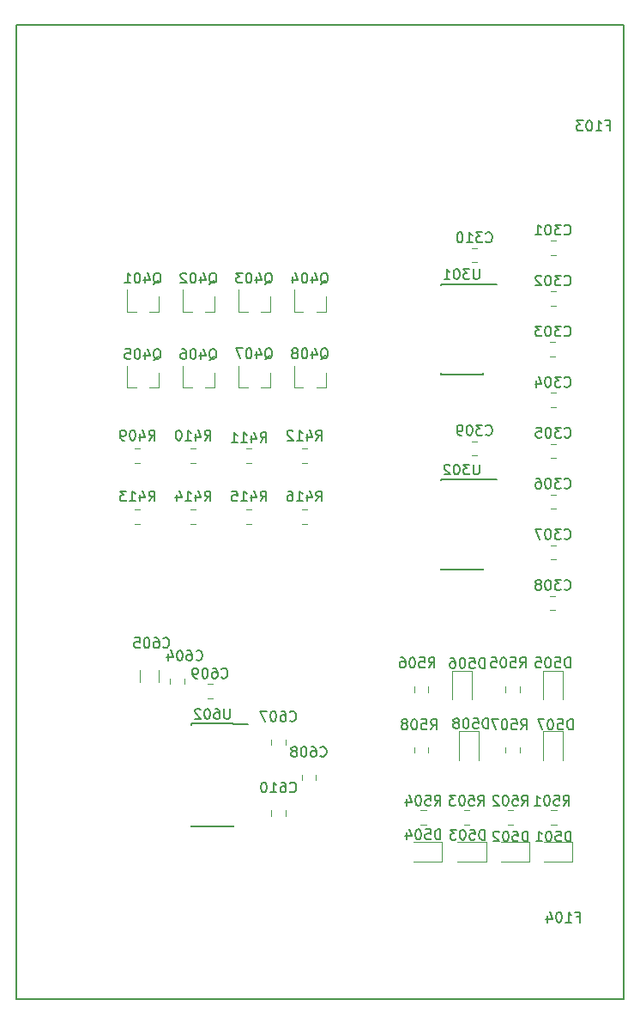
<source format=gbr>
G04 #@! TF.GenerationSoftware,KiCad,Pcbnew,5.0.1-33cea8e~68~ubuntu18.04.1*
G04 #@! TF.CreationDate,2018-11-14T12:35:47-05:00*
G04 #@! TF.ProjectId,PBC_TP_Final_JMena,5042435F54505F46696E616C5F4A4D65,1.0*
G04 #@! TF.SameCoordinates,Original*
G04 #@! TF.FileFunction,Legend,Bot*
G04 #@! TF.FilePolarity,Positive*
%FSLAX46Y46*%
G04 Gerber Fmt 4.6, Leading zero omitted, Abs format (unit mm)*
G04 Created by KiCad (PCBNEW 5.0.1-33cea8e~68~ubuntu18.04.1) date mié 14 nov 2018 12:35:47 -05*
%MOMM*%
%LPD*%
G01*
G04 APERTURE LIST*
%ADD10C,0.150000*%
%ADD11C,0.120000*%
G04 APERTURE END LIST*
D10*
X139000000Y-52000000D02*
X79000000Y-52000000D01*
X139000000Y-148000000D02*
X139000000Y-52000000D01*
X79000000Y-148000000D02*
X139000000Y-148000000D01*
X79000000Y-52000000D02*
X79000000Y-148000000D01*
G04 #@! TO.C,U602*
X100475000Y-120875000D02*
X100475000Y-120900000D01*
X96325000Y-120875000D02*
X96325000Y-120980000D01*
X96325000Y-131025000D02*
X96325000Y-130920000D01*
X100475000Y-131025000D02*
X100475000Y-130920000D01*
X100475000Y-120875000D02*
X96325000Y-120875000D01*
X100475000Y-131025000D02*
X96325000Y-131025000D01*
X100475000Y-120900000D02*
X101850000Y-120900000D01*
D11*
G04 #@! TO.C,R508*
X119710000Y-123761252D02*
X119710000Y-123238748D01*
X118290000Y-123761252D02*
X118290000Y-123238748D01*
G04 #@! TO.C,C608*
X108610000Y-125938748D02*
X108610000Y-126461252D01*
X107190000Y-125938748D02*
X107190000Y-126461252D01*
G04 #@! TO.C,C301*
X131763748Y-74710000D02*
X132286252Y-74710000D01*
X131763748Y-73290000D02*
X132286252Y-73290000D01*
G04 #@! TO.C,C302*
X131738748Y-79710000D02*
X132261252Y-79710000D01*
X131738748Y-78290000D02*
X132261252Y-78290000D01*
G04 #@! TO.C,C303*
X131713748Y-84710000D02*
X132236252Y-84710000D01*
X131713748Y-83290000D02*
X132236252Y-83290000D01*
G04 #@! TO.C,C304*
X131738748Y-88290000D02*
X132261252Y-88290000D01*
X131738748Y-89710000D02*
X132261252Y-89710000D01*
G04 #@! TO.C,C305*
X131763748Y-94710000D02*
X132286252Y-94710000D01*
X131763748Y-93290000D02*
X132286252Y-93290000D01*
G04 #@! TO.C,C306*
X131763748Y-98290000D02*
X132286252Y-98290000D01*
X131763748Y-99710000D02*
X132286252Y-99710000D01*
G04 #@! TO.C,C307*
X131763748Y-104710000D02*
X132286252Y-104710000D01*
X131763748Y-103290000D02*
X132286252Y-103290000D01*
G04 #@! TO.C,C308*
X131713748Y-108290000D02*
X132236252Y-108290000D01*
X131713748Y-109710000D02*
X132236252Y-109710000D01*
G04 #@! TO.C,C309*
X123988748Y-94460000D02*
X124511252Y-94460000D01*
X123988748Y-93040000D02*
X124511252Y-93040000D01*
G04 #@! TO.C,C310*
X123988748Y-75410000D02*
X124511252Y-75410000D01*
X123988748Y-73990000D02*
X124511252Y-73990000D01*
G04 #@! TO.C,C604*
X95610000Y-116961252D02*
X95610000Y-116438748D01*
X94190000Y-116961252D02*
X94190000Y-116438748D01*
G04 #@! TO.C,C605*
X91240000Y-116802064D02*
X91240000Y-115597936D01*
X93060000Y-116802064D02*
X93060000Y-115597936D01*
G04 #@! TO.C,C607*
X105610000Y-122438748D02*
X105610000Y-122961252D01*
X104190000Y-122438748D02*
X104190000Y-122961252D01*
G04 #@! TO.C,C609*
X97888748Y-118410000D02*
X98411252Y-118410000D01*
X97888748Y-116990000D02*
X98411252Y-116990000D01*
G04 #@! TO.C,C610*
X104190000Y-129438748D02*
X104190000Y-129961252D01*
X105610000Y-129438748D02*
X105610000Y-129961252D01*
G04 #@! TO.C,D501*
X131075216Y-132563874D02*
X133935216Y-132563874D01*
X133935216Y-132563874D02*
X133935216Y-134483874D01*
X133935216Y-134483874D02*
X131075216Y-134483874D01*
G04 #@! TO.C,D502*
X129685216Y-134483874D02*
X126825216Y-134483874D01*
X129685216Y-132563874D02*
X129685216Y-134483874D01*
X126825216Y-132563874D02*
X129685216Y-132563874D01*
G04 #@! TO.C,D503*
X125435216Y-134483874D02*
X122575216Y-134483874D01*
X125435216Y-132563874D02*
X125435216Y-134483874D01*
X122575216Y-132563874D02*
X125435216Y-132563874D01*
G04 #@! TO.C,D504*
X118200000Y-132540000D02*
X121060000Y-132540000D01*
X121060000Y-132540000D02*
X121060000Y-134460000D01*
X121060000Y-134460000D02*
X118200000Y-134460000D01*
G04 #@! TO.C,D505*
X131040000Y-118500000D02*
X131040000Y-115640000D01*
X131040000Y-115640000D02*
X132960000Y-115640000D01*
X132960000Y-115640000D02*
X132960000Y-118500000D01*
G04 #@! TO.C,D506*
X123960000Y-115640000D02*
X123960000Y-118500000D01*
X122040000Y-115640000D02*
X123960000Y-115640000D01*
X122040000Y-118500000D02*
X122040000Y-115640000D01*
G04 #@! TO.C,D507*
X131040000Y-124500000D02*
X131040000Y-121640000D01*
X131040000Y-121640000D02*
X132960000Y-121640000D01*
X132960000Y-121640000D02*
X132960000Y-124500000D01*
G04 #@! TO.C,D508*
X124660000Y-121640000D02*
X124660000Y-124500000D01*
X122740000Y-121640000D02*
X124660000Y-121640000D01*
X122740000Y-124500000D02*
X122740000Y-121640000D01*
G04 #@! TO.C,Q401*
X93080000Y-80260000D02*
X93080000Y-78800000D01*
X89920000Y-80260000D02*
X89920000Y-78100000D01*
X89920000Y-80260000D02*
X90850000Y-80260000D01*
X93080000Y-80260000D02*
X92150000Y-80260000D01*
G04 #@! TO.C,Q402*
X98580000Y-80260000D02*
X97650000Y-80260000D01*
X95420000Y-80260000D02*
X96350000Y-80260000D01*
X95420000Y-80260000D02*
X95420000Y-78100000D01*
X98580000Y-80260000D02*
X98580000Y-78800000D01*
G04 #@! TO.C,Q403*
X104080000Y-80260000D02*
X103150000Y-80260000D01*
X100920000Y-80260000D02*
X101850000Y-80260000D01*
X100920000Y-80260000D02*
X100920000Y-78100000D01*
X104080000Y-80260000D02*
X104080000Y-78800000D01*
G04 #@! TO.C,Q404*
X109580000Y-80260000D02*
X108650000Y-80260000D01*
X106420000Y-80260000D02*
X107350000Y-80260000D01*
X106420000Y-80260000D02*
X106420000Y-78100000D01*
X109580000Y-80260000D02*
X109580000Y-78800000D01*
G04 #@! TO.C,Q405*
X93080000Y-87760000D02*
X93080000Y-86300000D01*
X89920000Y-87760000D02*
X89920000Y-85600000D01*
X89920000Y-87760000D02*
X90850000Y-87760000D01*
X93080000Y-87760000D02*
X92150000Y-87760000D01*
G04 #@! TO.C,Q406*
X98580000Y-87760000D02*
X97650000Y-87760000D01*
X95420000Y-87760000D02*
X96350000Y-87760000D01*
X95420000Y-87760000D02*
X95420000Y-85600000D01*
X98580000Y-87760000D02*
X98580000Y-86300000D01*
G04 #@! TO.C,Q407*
X104080000Y-87760000D02*
X104080000Y-86300000D01*
X100920000Y-87760000D02*
X100920000Y-85600000D01*
X100920000Y-87760000D02*
X101850000Y-87760000D01*
X104080000Y-87760000D02*
X103150000Y-87760000D01*
G04 #@! TO.C,Q408*
X109580000Y-87760000D02*
X108650000Y-87760000D01*
X106420000Y-87760000D02*
X107350000Y-87760000D01*
X106420000Y-87760000D02*
X106420000Y-85600000D01*
X109580000Y-87760000D02*
X109580000Y-86300000D01*
G04 #@! TO.C,R409*
X90738748Y-93790000D02*
X91261252Y-93790000D01*
X90738748Y-95210000D02*
X91261252Y-95210000D01*
G04 #@! TO.C,R410*
X96238748Y-95210000D02*
X96761252Y-95210000D01*
X96238748Y-93790000D02*
X96761252Y-93790000D01*
G04 #@! TO.C,R411*
X101738748Y-93790000D02*
X102261252Y-93790000D01*
X101738748Y-95210000D02*
X102261252Y-95210000D01*
G04 #@! TO.C,R412*
X107238748Y-95210000D02*
X107761252Y-95210000D01*
X107238748Y-93790000D02*
X107761252Y-93790000D01*
G04 #@! TO.C,R413*
X90738748Y-99790000D02*
X91261252Y-99790000D01*
X90738748Y-101210000D02*
X91261252Y-101210000D01*
G04 #@! TO.C,R414*
X96238748Y-101210000D02*
X96761252Y-101210000D01*
X96238748Y-99790000D02*
X96761252Y-99790000D01*
G04 #@! TO.C,R415*
X101738748Y-101210000D02*
X102261252Y-101210000D01*
X101738748Y-99790000D02*
X102261252Y-99790000D01*
G04 #@! TO.C,R416*
X107238748Y-101210000D02*
X107761252Y-101210000D01*
X107238748Y-99790000D02*
X107761252Y-99790000D01*
G04 #@! TO.C,R501*
X132336468Y-130810000D02*
X131813964Y-130810000D01*
X132336468Y-129390000D02*
X131813964Y-129390000D01*
G04 #@! TO.C,R502*
X128086468Y-129390000D02*
X127563964Y-129390000D01*
X128086468Y-130810000D02*
X127563964Y-130810000D01*
G04 #@! TO.C,R503*
X123761252Y-130810000D02*
X123238748Y-130810000D01*
X123761252Y-129390000D02*
X123238748Y-129390000D01*
G04 #@! TO.C,R504*
X119461252Y-129390000D02*
X118938748Y-129390000D01*
X119461252Y-130810000D02*
X118938748Y-130810000D01*
G04 #@! TO.C,R505*
X128710000Y-117761252D02*
X128710000Y-117238748D01*
X127290000Y-117761252D02*
X127290000Y-117238748D01*
G04 #@! TO.C,R506*
X118290000Y-117761252D02*
X118290000Y-117238748D01*
X119710000Y-117761252D02*
X119710000Y-117238748D01*
G04 #@! TO.C,R507*
X128710000Y-123761252D02*
X128710000Y-123238748D01*
X127290000Y-123761252D02*
X127290000Y-123238748D01*
D10*
G04 #@! TO.C,U301*
X125075000Y-77550000D02*
X125075000Y-77575000D01*
X120925000Y-77550000D02*
X120925000Y-77665000D01*
X120925000Y-86450000D02*
X120925000Y-86335000D01*
X125075000Y-86450000D02*
X125075000Y-86335000D01*
X125075000Y-77550000D02*
X120925000Y-77550000D01*
X125075000Y-86450000D02*
X120925000Y-86450000D01*
X125075000Y-77575000D02*
X126450000Y-77575000D01*
G04 #@! TO.C,U302*
X125075000Y-96825000D02*
X126450000Y-96825000D01*
X125075000Y-105700000D02*
X120925000Y-105700000D01*
X125075000Y-96800000D02*
X120925000Y-96800000D01*
X125075000Y-105700000D02*
X125075000Y-105585000D01*
X120925000Y-105700000D02*
X120925000Y-105585000D01*
X120925000Y-96800000D02*
X120925000Y-96915000D01*
X125075000Y-96800000D02*
X125075000Y-96825000D01*
G04 #@! TD*
G04 #@! TO.C,F104*
X134285714Y-139928571D02*
X134619047Y-139928571D01*
X134619047Y-140452380D02*
X134619047Y-139452380D01*
X134142857Y-139452380D01*
X133238095Y-140452380D02*
X133809523Y-140452380D01*
X133523809Y-140452380D02*
X133523809Y-139452380D01*
X133619047Y-139595238D01*
X133714285Y-139690476D01*
X133809523Y-139738095D01*
X132619047Y-139452380D02*
X132523809Y-139452380D01*
X132428571Y-139500000D01*
X132380952Y-139547619D01*
X132333333Y-139642857D01*
X132285714Y-139833333D01*
X132285714Y-140071428D01*
X132333333Y-140261904D01*
X132380952Y-140357142D01*
X132428571Y-140404761D01*
X132523809Y-140452380D01*
X132619047Y-140452380D01*
X132714285Y-140404761D01*
X132761904Y-140357142D01*
X132809523Y-140261904D01*
X132857142Y-140071428D01*
X132857142Y-139833333D01*
X132809523Y-139642857D01*
X132761904Y-139547619D01*
X132714285Y-139500000D01*
X132619047Y-139452380D01*
X131428571Y-139785714D02*
X131428571Y-140452380D01*
X131666666Y-139404761D02*
X131904761Y-140119047D01*
X131285714Y-140119047D01*
G04 #@! TO.C,F103*
X137285714Y-61928571D02*
X137619047Y-61928571D01*
X137619047Y-62452380D02*
X137619047Y-61452380D01*
X137142857Y-61452380D01*
X136238095Y-62452380D02*
X136809523Y-62452380D01*
X136523809Y-62452380D02*
X136523809Y-61452380D01*
X136619047Y-61595238D01*
X136714285Y-61690476D01*
X136809523Y-61738095D01*
X135619047Y-61452380D02*
X135523809Y-61452380D01*
X135428571Y-61500000D01*
X135380952Y-61547619D01*
X135333333Y-61642857D01*
X135285714Y-61833333D01*
X135285714Y-62071428D01*
X135333333Y-62261904D01*
X135380952Y-62357142D01*
X135428571Y-62404761D01*
X135523809Y-62452380D01*
X135619047Y-62452380D01*
X135714285Y-62404761D01*
X135761904Y-62357142D01*
X135809523Y-62261904D01*
X135857142Y-62071428D01*
X135857142Y-61833333D01*
X135809523Y-61642857D01*
X135761904Y-61547619D01*
X135714285Y-61500000D01*
X135619047Y-61452380D01*
X134952380Y-61452380D02*
X134333333Y-61452380D01*
X134666666Y-61833333D01*
X134523809Y-61833333D01*
X134428571Y-61880952D01*
X134380952Y-61928571D01*
X134333333Y-62023809D01*
X134333333Y-62261904D01*
X134380952Y-62357142D01*
X134428571Y-62404761D01*
X134523809Y-62452380D01*
X134809523Y-62452380D01*
X134904761Y-62404761D01*
X134952380Y-62357142D01*
G04 #@! TO.C,U602*
X100114285Y-119402380D02*
X100114285Y-120211904D01*
X100066666Y-120307142D01*
X100019047Y-120354761D01*
X99923809Y-120402380D01*
X99733333Y-120402380D01*
X99638095Y-120354761D01*
X99590476Y-120307142D01*
X99542857Y-120211904D01*
X99542857Y-119402380D01*
X98638095Y-119402380D02*
X98828571Y-119402380D01*
X98923809Y-119450000D01*
X98971428Y-119497619D01*
X99066666Y-119640476D01*
X99114285Y-119830952D01*
X99114285Y-120211904D01*
X99066666Y-120307142D01*
X99019047Y-120354761D01*
X98923809Y-120402380D01*
X98733333Y-120402380D01*
X98638095Y-120354761D01*
X98590476Y-120307142D01*
X98542857Y-120211904D01*
X98542857Y-119973809D01*
X98590476Y-119878571D01*
X98638095Y-119830952D01*
X98733333Y-119783333D01*
X98923809Y-119783333D01*
X99019047Y-119830952D01*
X99066666Y-119878571D01*
X99114285Y-119973809D01*
X97923809Y-119402380D02*
X97828571Y-119402380D01*
X97733333Y-119450000D01*
X97685714Y-119497619D01*
X97638095Y-119592857D01*
X97590476Y-119783333D01*
X97590476Y-120021428D01*
X97638095Y-120211904D01*
X97685714Y-120307142D01*
X97733333Y-120354761D01*
X97828571Y-120402380D01*
X97923809Y-120402380D01*
X98019047Y-120354761D01*
X98066666Y-120307142D01*
X98114285Y-120211904D01*
X98161904Y-120021428D01*
X98161904Y-119783333D01*
X98114285Y-119592857D01*
X98066666Y-119497619D01*
X98019047Y-119450000D01*
X97923809Y-119402380D01*
X97209523Y-119497619D02*
X97161904Y-119450000D01*
X97066666Y-119402380D01*
X96828571Y-119402380D01*
X96733333Y-119450000D01*
X96685714Y-119497619D01*
X96638095Y-119592857D01*
X96638095Y-119688095D01*
X96685714Y-119830952D01*
X97257142Y-120402380D01*
X96638095Y-120402380D01*
G04 #@! TO.C,R508*
X119919047Y-121452380D02*
X120252380Y-120976190D01*
X120490476Y-121452380D02*
X120490476Y-120452380D01*
X120109523Y-120452380D01*
X120014285Y-120500000D01*
X119966666Y-120547619D01*
X119919047Y-120642857D01*
X119919047Y-120785714D01*
X119966666Y-120880952D01*
X120014285Y-120928571D01*
X120109523Y-120976190D01*
X120490476Y-120976190D01*
X119014285Y-120452380D02*
X119490476Y-120452380D01*
X119538095Y-120928571D01*
X119490476Y-120880952D01*
X119395238Y-120833333D01*
X119157142Y-120833333D01*
X119061904Y-120880952D01*
X119014285Y-120928571D01*
X118966666Y-121023809D01*
X118966666Y-121261904D01*
X119014285Y-121357142D01*
X119061904Y-121404761D01*
X119157142Y-121452380D01*
X119395238Y-121452380D01*
X119490476Y-121404761D01*
X119538095Y-121357142D01*
X118347619Y-120452380D02*
X118252380Y-120452380D01*
X118157142Y-120500000D01*
X118109523Y-120547619D01*
X118061904Y-120642857D01*
X118014285Y-120833333D01*
X118014285Y-121071428D01*
X118061904Y-121261904D01*
X118109523Y-121357142D01*
X118157142Y-121404761D01*
X118252380Y-121452380D01*
X118347619Y-121452380D01*
X118442857Y-121404761D01*
X118490476Y-121357142D01*
X118538095Y-121261904D01*
X118585714Y-121071428D01*
X118585714Y-120833333D01*
X118538095Y-120642857D01*
X118490476Y-120547619D01*
X118442857Y-120500000D01*
X118347619Y-120452380D01*
X117442857Y-120880952D02*
X117538095Y-120833333D01*
X117585714Y-120785714D01*
X117633333Y-120690476D01*
X117633333Y-120642857D01*
X117585714Y-120547619D01*
X117538095Y-120500000D01*
X117442857Y-120452380D01*
X117252380Y-120452380D01*
X117157142Y-120500000D01*
X117109523Y-120547619D01*
X117061904Y-120642857D01*
X117061904Y-120690476D01*
X117109523Y-120785714D01*
X117157142Y-120833333D01*
X117252380Y-120880952D01*
X117442857Y-120880952D01*
X117538095Y-120928571D01*
X117585714Y-120976190D01*
X117633333Y-121071428D01*
X117633333Y-121261904D01*
X117585714Y-121357142D01*
X117538095Y-121404761D01*
X117442857Y-121452380D01*
X117252380Y-121452380D01*
X117157142Y-121404761D01*
X117109523Y-121357142D01*
X117061904Y-121261904D01*
X117061904Y-121071428D01*
X117109523Y-120976190D01*
X117157142Y-120928571D01*
X117252380Y-120880952D01*
G04 #@! TO.C,C608*
X109019047Y-124057142D02*
X109066666Y-124104761D01*
X109209523Y-124152380D01*
X109304761Y-124152380D01*
X109447619Y-124104761D01*
X109542857Y-124009523D01*
X109590476Y-123914285D01*
X109638095Y-123723809D01*
X109638095Y-123580952D01*
X109590476Y-123390476D01*
X109542857Y-123295238D01*
X109447619Y-123200000D01*
X109304761Y-123152380D01*
X109209523Y-123152380D01*
X109066666Y-123200000D01*
X109019047Y-123247619D01*
X108161904Y-123152380D02*
X108352380Y-123152380D01*
X108447619Y-123200000D01*
X108495238Y-123247619D01*
X108590476Y-123390476D01*
X108638095Y-123580952D01*
X108638095Y-123961904D01*
X108590476Y-124057142D01*
X108542857Y-124104761D01*
X108447619Y-124152380D01*
X108257142Y-124152380D01*
X108161904Y-124104761D01*
X108114285Y-124057142D01*
X108066666Y-123961904D01*
X108066666Y-123723809D01*
X108114285Y-123628571D01*
X108161904Y-123580952D01*
X108257142Y-123533333D01*
X108447619Y-123533333D01*
X108542857Y-123580952D01*
X108590476Y-123628571D01*
X108638095Y-123723809D01*
X107447619Y-123152380D02*
X107352380Y-123152380D01*
X107257142Y-123200000D01*
X107209523Y-123247619D01*
X107161904Y-123342857D01*
X107114285Y-123533333D01*
X107114285Y-123771428D01*
X107161904Y-123961904D01*
X107209523Y-124057142D01*
X107257142Y-124104761D01*
X107352380Y-124152380D01*
X107447619Y-124152380D01*
X107542857Y-124104761D01*
X107590476Y-124057142D01*
X107638095Y-123961904D01*
X107685714Y-123771428D01*
X107685714Y-123533333D01*
X107638095Y-123342857D01*
X107590476Y-123247619D01*
X107542857Y-123200000D01*
X107447619Y-123152380D01*
X106542857Y-123580952D02*
X106638095Y-123533333D01*
X106685714Y-123485714D01*
X106733333Y-123390476D01*
X106733333Y-123342857D01*
X106685714Y-123247619D01*
X106638095Y-123200000D01*
X106542857Y-123152380D01*
X106352380Y-123152380D01*
X106257142Y-123200000D01*
X106209523Y-123247619D01*
X106161904Y-123342857D01*
X106161904Y-123390476D01*
X106209523Y-123485714D01*
X106257142Y-123533333D01*
X106352380Y-123580952D01*
X106542857Y-123580952D01*
X106638095Y-123628571D01*
X106685714Y-123676190D01*
X106733333Y-123771428D01*
X106733333Y-123961904D01*
X106685714Y-124057142D01*
X106638095Y-124104761D01*
X106542857Y-124152380D01*
X106352380Y-124152380D01*
X106257142Y-124104761D01*
X106209523Y-124057142D01*
X106161904Y-123961904D01*
X106161904Y-123771428D01*
X106209523Y-123676190D01*
X106257142Y-123628571D01*
X106352380Y-123580952D01*
G04 #@! TO.C,C301*
X133119047Y-72607142D02*
X133166666Y-72654761D01*
X133309523Y-72702380D01*
X133404761Y-72702380D01*
X133547619Y-72654761D01*
X133642857Y-72559523D01*
X133690476Y-72464285D01*
X133738095Y-72273809D01*
X133738095Y-72130952D01*
X133690476Y-71940476D01*
X133642857Y-71845238D01*
X133547619Y-71750000D01*
X133404761Y-71702380D01*
X133309523Y-71702380D01*
X133166666Y-71750000D01*
X133119047Y-71797619D01*
X132785714Y-71702380D02*
X132166666Y-71702380D01*
X132500000Y-72083333D01*
X132357142Y-72083333D01*
X132261904Y-72130952D01*
X132214285Y-72178571D01*
X132166666Y-72273809D01*
X132166666Y-72511904D01*
X132214285Y-72607142D01*
X132261904Y-72654761D01*
X132357142Y-72702380D01*
X132642857Y-72702380D01*
X132738095Y-72654761D01*
X132785714Y-72607142D01*
X131547619Y-71702380D02*
X131452380Y-71702380D01*
X131357142Y-71750000D01*
X131309523Y-71797619D01*
X131261904Y-71892857D01*
X131214285Y-72083333D01*
X131214285Y-72321428D01*
X131261904Y-72511904D01*
X131309523Y-72607142D01*
X131357142Y-72654761D01*
X131452380Y-72702380D01*
X131547619Y-72702380D01*
X131642857Y-72654761D01*
X131690476Y-72607142D01*
X131738095Y-72511904D01*
X131785714Y-72321428D01*
X131785714Y-72083333D01*
X131738095Y-71892857D01*
X131690476Y-71797619D01*
X131642857Y-71750000D01*
X131547619Y-71702380D01*
X130261904Y-72702380D02*
X130833333Y-72702380D01*
X130547619Y-72702380D02*
X130547619Y-71702380D01*
X130642857Y-71845238D01*
X130738095Y-71940476D01*
X130833333Y-71988095D01*
G04 #@! TO.C,C302*
X133119047Y-77607142D02*
X133166666Y-77654761D01*
X133309523Y-77702380D01*
X133404761Y-77702380D01*
X133547619Y-77654761D01*
X133642857Y-77559523D01*
X133690476Y-77464285D01*
X133738095Y-77273809D01*
X133738095Y-77130952D01*
X133690476Y-76940476D01*
X133642857Y-76845238D01*
X133547619Y-76750000D01*
X133404761Y-76702380D01*
X133309523Y-76702380D01*
X133166666Y-76750000D01*
X133119047Y-76797619D01*
X132785714Y-76702380D02*
X132166666Y-76702380D01*
X132500000Y-77083333D01*
X132357142Y-77083333D01*
X132261904Y-77130952D01*
X132214285Y-77178571D01*
X132166666Y-77273809D01*
X132166666Y-77511904D01*
X132214285Y-77607142D01*
X132261904Y-77654761D01*
X132357142Y-77702380D01*
X132642857Y-77702380D01*
X132738095Y-77654761D01*
X132785714Y-77607142D01*
X131547619Y-76702380D02*
X131452380Y-76702380D01*
X131357142Y-76750000D01*
X131309523Y-76797619D01*
X131261904Y-76892857D01*
X131214285Y-77083333D01*
X131214285Y-77321428D01*
X131261904Y-77511904D01*
X131309523Y-77607142D01*
X131357142Y-77654761D01*
X131452380Y-77702380D01*
X131547619Y-77702380D01*
X131642857Y-77654761D01*
X131690476Y-77607142D01*
X131738095Y-77511904D01*
X131785714Y-77321428D01*
X131785714Y-77083333D01*
X131738095Y-76892857D01*
X131690476Y-76797619D01*
X131642857Y-76750000D01*
X131547619Y-76702380D01*
X130833333Y-76797619D02*
X130785714Y-76750000D01*
X130690476Y-76702380D01*
X130452380Y-76702380D01*
X130357142Y-76750000D01*
X130309523Y-76797619D01*
X130261904Y-76892857D01*
X130261904Y-76988095D01*
X130309523Y-77130952D01*
X130880952Y-77702380D01*
X130261904Y-77702380D01*
G04 #@! TO.C,C303*
X133119047Y-82607142D02*
X133166666Y-82654761D01*
X133309523Y-82702380D01*
X133404761Y-82702380D01*
X133547619Y-82654761D01*
X133642857Y-82559523D01*
X133690476Y-82464285D01*
X133738095Y-82273809D01*
X133738095Y-82130952D01*
X133690476Y-81940476D01*
X133642857Y-81845238D01*
X133547619Y-81750000D01*
X133404761Y-81702380D01*
X133309523Y-81702380D01*
X133166666Y-81750000D01*
X133119047Y-81797619D01*
X132785714Y-81702380D02*
X132166666Y-81702380D01*
X132500000Y-82083333D01*
X132357142Y-82083333D01*
X132261904Y-82130952D01*
X132214285Y-82178571D01*
X132166666Y-82273809D01*
X132166666Y-82511904D01*
X132214285Y-82607142D01*
X132261904Y-82654761D01*
X132357142Y-82702380D01*
X132642857Y-82702380D01*
X132738095Y-82654761D01*
X132785714Y-82607142D01*
X131547619Y-81702380D02*
X131452380Y-81702380D01*
X131357142Y-81750000D01*
X131309523Y-81797619D01*
X131261904Y-81892857D01*
X131214285Y-82083333D01*
X131214285Y-82321428D01*
X131261904Y-82511904D01*
X131309523Y-82607142D01*
X131357142Y-82654761D01*
X131452380Y-82702380D01*
X131547619Y-82702380D01*
X131642857Y-82654761D01*
X131690476Y-82607142D01*
X131738095Y-82511904D01*
X131785714Y-82321428D01*
X131785714Y-82083333D01*
X131738095Y-81892857D01*
X131690476Y-81797619D01*
X131642857Y-81750000D01*
X131547619Y-81702380D01*
X130880952Y-81702380D02*
X130261904Y-81702380D01*
X130595238Y-82083333D01*
X130452380Y-82083333D01*
X130357142Y-82130952D01*
X130309523Y-82178571D01*
X130261904Y-82273809D01*
X130261904Y-82511904D01*
X130309523Y-82607142D01*
X130357142Y-82654761D01*
X130452380Y-82702380D01*
X130738095Y-82702380D01*
X130833333Y-82654761D01*
X130880952Y-82607142D01*
G04 #@! TO.C,C304*
X133119047Y-87607142D02*
X133166666Y-87654761D01*
X133309523Y-87702380D01*
X133404761Y-87702380D01*
X133547619Y-87654761D01*
X133642857Y-87559523D01*
X133690476Y-87464285D01*
X133738095Y-87273809D01*
X133738095Y-87130952D01*
X133690476Y-86940476D01*
X133642857Y-86845238D01*
X133547619Y-86750000D01*
X133404761Y-86702380D01*
X133309523Y-86702380D01*
X133166666Y-86750000D01*
X133119047Y-86797619D01*
X132785714Y-86702380D02*
X132166666Y-86702380D01*
X132500000Y-87083333D01*
X132357142Y-87083333D01*
X132261904Y-87130952D01*
X132214285Y-87178571D01*
X132166666Y-87273809D01*
X132166666Y-87511904D01*
X132214285Y-87607142D01*
X132261904Y-87654761D01*
X132357142Y-87702380D01*
X132642857Y-87702380D01*
X132738095Y-87654761D01*
X132785714Y-87607142D01*
X131547619Y-86702380D02*
X131452380Y-86702380D01*
X131357142Y-86750000D01*
X131309523Y-86797619D01*
X131261904Y-86892857D01*
X131214285Y-87083333D01*
X131214285Y-87321428D01*
X131261904Y-87511904D01*
X131309523Y-87607142D01*
X131357142Y-87654761D01*
X131452380Y-87702380D01*
X131547619Y-87702380D01*
X131642857Y-87654761D01*
X131690476Y-87607142D01*
X131738095Y-87511904D01*
X131785714Y-87321428D01*
X131785714Y-87083333D01*
X131738095Y-86892857D01*
X131690476Y-86797619D01*
X131642857Y-86750000D01*
X131547619Y-86702380D01*
X130357142Y-87035714D02*
X130357142Y-87702380D01*
X130595238Y-86654761D02*
X130833333Y-87369047D01*
X130214285Y-87369047D01*
G04 #@! TO.C,C305*
X133144047Y-92607142D02*
X133191666Y-92654761D01*
X133334523Y-92702380D01*
X133429761Y-92702380D01*
X133572619Y-92654761D01*
X133667857Y-92559523D01*
X133715476Y-92464285D01*
X133763095Y-92273809D01*
X133763095Y-92130952D01*
X133715476Y-91940476D01*
X133667857Y-91845238D01*
X133572619Y-91750000D01*
X133429761Y-91702380D01*
X133334523Y-91702380D01*
X133191666Y-91750000D01*
X133144047Y-91797619D01*
X132810714Y-91702380D02*
X132191666Y-91702380D01*
X132525000Y-92083333D01*
X132382142Y-92083333D01*
X132286904Y-92130952D01*
X132239285Y-92178571D01*
X132191666Y-92273809D01*
X132191666Y-92511904D01*
X132239285Y-92607142D01*
X132286904Y-92654761D01*
X132382142Y-92702380D01*
X132667857Y-92702380D01*
X132763095Y-92654761D01*
X132810714Y-92607142D01*
X131572619Y-91702380D02*
X131477380Y-91702380D01*
X131382142Y-91750000D01*
X131334523Y-91797619D01*
X131286904Y-91892857D01*
X131239285Y-92083333D01*
X131239285Y-92321428D01*
X131286904Y-92511904D01*
X131334523Y-92607142D01*
X131382142Y-92654761D01*
X131477380Y-92702380D01*
X131572619Y-92702380D01*
X131667857Y-92654761D01*
X131715476Y-92607142D01*
X131763095Y-92511904D01*
X131810714Y-92321428D01*
X131810714Y-92083333D01*
X131763095Y-91892857D01*
X131715476Y-91797619D01*
X131667857Y-91750000D01*
X131572619Y-91702380D01*
X130334523Y-91702380D02*
X130810714Y-91702380D01*
X130858333Y-92178571D01*
X130810714Y-92130952D01*
X130715476Y-92083333D01*
X130477380Y-92083333D01*
X130382142Y-92130952D01*
X130334523Y-92178571D01*
X130286904Y-92273809D01*
X130286904Y-92511904D01*
X130334523Y-92607142D01*
X130382142Y-92654761D01*
X130477380Y-92702380D01*
X130715476Y-92702380D01*
X130810714Y-92654761D01*
X130858333Y-92607142D01*
G04 #@! TO.C,C306*
X133119047Y-97607142D02*
X133166666Y-97654761D01*
X133309523Y-97702380D01*
X133404761Y-97702380D01*
X133547619Y-97654761D01*
X133642857Y-97559523D01*
X133690476Y-97464285D01*
X133738095Y-97273809D01*
X133738095Y-97130952D01*
X133690476Y-96940476D01*
X133642857Y-96845238D01*
X133547619Y-96750000D01*
X133404761Y-96702380D01*
X133309523Y-96702380D01*
X133166666Y-96750000D01*
X133119047Y-96797619D01*
X132785714Y-96702380D02*
X132166666Y-96702380D01*
X132500000Y-97083333D01*
X132357142Y-97083333D01*
X132261904Y-97130952D01*
X132214285Y-97178571D01*
X132166666Y-97273809D01*
X132166666Y-97511904D01*
X132214285Y-97607142D01*
X132261904Y-97654761D01*
X132357142Y-97702380D01*
X132642857Y-97702380D01*
X132738095Y-97654761D01*
X132785714Y-97607142D01*
X131547619Y-96702380D02*
X131452380Y-96702380D01*
X131357142Y-96750000D01*
X131309523Y-96797619D01*
X131261904Y-96892857D01*
X131214285Y-97083333D01*
X131214285Y-97321428D01*
X131261904Y-97511904D01*
X131309523Y-97607142D01*
X131357142Y-97654761D01*
X131452380Y-97702380D01*
X131547619Y-97702380D01*
X131642857Y-97654761D01*
X131690476Y-97607142D01*
X131738095Y-97511904D01*
X131785714Y-97321428D01*
X131785714Y-97083333D01*
X131738095Y-96892857D01*
X131690476Y-96797619D01*
X131642857Y-96750000D01*
X131547619Y-96702380D01*
X130357142Y-96702380D02*
X130547619Y-96702380D01*
X130642857Y-96750000D01*
X130690476Y-96797619D01*
X130785714Y-96940476D01*
X130833333Y-97130952D01*
X130833333Y-97511904D01*
X130785714Y-97607142D01*
X130738095Y-97654761D01*
X130642857Y-97702380D01*
X130452380Y-97702380D01*
X130357142Y-97654761D01*
X130309523Y-97607142D01*
X130261904Y-97511904D01*
X130261904Y-97273809D01*
X130309523Y-97178571D01*
X130357142Y-97130952D01*
X130452380Y-97083333D01*
X130642857Y-97083333D01*
X130738095Y-97130952D01*
X130785714Y-97178571D01*
X130833333Y-97273809D01*
G04 #@! TO.C,C307*
X133119047Y-102607142D02*
X133166666Y-102654761D01*
X133309523Y-102702380D01*
X133404761Y-102702380D01*
X133547619Y-102654761D01*
X133642857Y-102559523D01*
X133690476Y-102464285D01*
X133738095Y-102273809D01*
X133738095Y-102130952D01*
X133690476Y-101940476D01*
X133642857Y-101845238D01*
X133547619Y-101750000D01*
X133404761Y-101702380D01*
X133309523Y-101702380D01*
X133166666Y-101750000D01*
X133119047Y-101797619D01*
X132785714Y-101702380D02*
X132166666Y-101702380D01*
X132500000Y-102083333D01*
X132357142Y-102083333D01*
X132261904Y-102130952D01*
X132214285Y-102178571D01*
X132166666Y-102273809D01*
X132166666Y-102511904D01*
X132214285Y-102607142D01*
X132261904Y-102654761D01*
X132357142Y-102702380D01*
X132642857Y-102702380D01*
X132738095Y-102654761D01*
X132785714Y-102607142D01*
X131547619Y-101702380D02*
X131452380Y-101702380D01*
X131357142Y-101750000D01*
X131309523Y-101797619D01*
X131261904Y-101892857D01*
X131214285Y-102083333D01*
X131214285Y-102321428D01*
X131261904Y-102511904D01*
X131309523Y-102607142D01*
X131357142Y-102654761D01*
X131452380Y-102702380D01*
X131547619Y-102702380D01*
X131642857Y-102654761D01*
X131690476Y-102607142D01*
X131738095Y-102511904D01*
X131785714Y-102321428D01*
X131785714Y-102083333D01*
X131738095Y-101892857D01*
X131690476Y-101797619D01*
X131642857Y-101750000D01*
X131547619Y-101702380D01*
X130880952Y-101702380D02*
X130214285Y-101702380D01*
X130642857Y-102702380D01*
G04 #@! TO.C,C308*
X133119047Y-107607142D02*
X133166666Y-107654761D01*
X133309523Y-107702380D01*
X133404761Y-107702380D01*
X133547619Y-107654761D01*
X133642857Y-107559523D01*
X133690476Y-107464285D01*
X133738095Y-107273809D01*
X133738095Y-107130952D01*
X133690476Y-106940476D01*
X133642857Y-106845238D01*
X133547619Y-106750000D01*
X133404761Y-106702380D01*
X133309523Y-106702380D01*
X133166666Y-106750000D01*
X133119047Y-106797619D01*
X132785714Y-106702380D02*
X132166666Y-106702380D01*
X132500000Y-107083333D01*
X132357142Y-107083333D01*
X132261904Y-107130952D01*
X132214285Y-107178571D01*
X132166666Y-107273809D01*
X132166666Y-107511904D01*
X132214285Y-107607142D01*
X132261904Y-107654761D01*
X132357142Y-107702380D01*
X132642857Y-107702380D01*
X132738095Y-107654761D01*
X132785714Y-107607142D01*
X131547619Y-106702380D02*
X131452380Y-106702380D01*
X131357142Y-106750000D01*
X131309523Y-106797619D01*
X131261904Y-106892857D01*
X131214285Y-107083333D01*
X131214285Y-107321428D01*
X131261904Y-107511904D01*
X131309523Y-107607142D01*
X131357142Y-107654761D01*
X131452380Y-107702380D01*
X131547619Y-107702380D01*
X131642857Y-107654761D01*
X131690476Y-107607142D01*
X131738095Y-107511904D01*
X131785714Y-107321428D01*
X131785714Y-107083333D01*
X131738095Y-106892857D01*
X131690476Y-106797619D01*
X131642857Y-106750000D01*
X131547619Y-106702380D01*
X130642857Y-107130952D02*
X130738095Y-107083333D01*
X130785714Y-107035714D01*
X130833333Y-106940476D01*
X130833333Y-106892857D01*
X130785714Y-106797619D01*
X130738095Y-106750000D01*
X130642857Y-106702380D01*
X130452380Y-106702380D01*
X130357142Y-106750000D01*
X130309523Y-106797619D01*
X130261904Y-106892857D01*
X130261904Y-106940476D01*
X130309523Y-107035714D01*
X130357142Y-107083333D01*
X130452380Y-107130952D01*
X130642857Y-107130952D01*
X130738095Y-107178571D01*
X130785714Y-107226190D01*
X130833333Y-107321428D01*
X130833333Y-107511904D01*
X130785714Y-107607142D01*
X130738095Y-107654761D01*
X130642857Y-107702380D01*
X130452380Y-107702380D01*
X130357142Y-107654761D01*
X130309523Y-107607142D01*
X130261904Y-107511904D01*
X130261904Y-107321428D01*
X130309523Y-107226190D01*
X130357142Y-107178571D01*
X130452380Y-107130952D01*
G04 #@! TO.C,C309*
X125369047Y-92357142D02*
X125416666Y-92404761D01*
X125559523Y-92452380D01*
X125654761Y-92452380D01*
X125797619Y-92404761D01*
X125892857Y-92309523D01*
X125940476Y-92214285D01*
X125988095Y-92023809D01*
X125988095Y-91880952D01*
X125940476Y-91690476D01*
X125892857Y-91595238D01*
X125797619Y-91500000D01*
X125654761Y-91452380D01*
X125559523Y-91452380D01*
X125416666Y-91500000D01*
X125369047Y-91547619D01*
X125035714Y-91452380D02*
X124416666Y-91452380D01*
X124750000Y-91833333D01*
X124607142Y-91833333D01*
X124511904Y-91880952D01*
X124464285Y-91928571D01*
X124416666Y-92023809D01*
X124416666Y-92261904D01*
X124464285Y-92357142D01*
X124511904Y-92404761D01*
X124607142Y-92452380D01*
X124892857Y-92452380D01*
X124988095Y-92404761D01*
X125035714Y-92357142D01*
X123797619Y-91452380D02*
X123702380Y-91452380D01*
X123607142Y-91500000D01*
X123559523Y-91547619D01*
X123511904Y-91642857D01*
X123464285Y-91833333D01*
X123464285Y-92071428D01*
X123511904Y-92261904D01*
X123559523Y-92357142D01*
X123607142Y-92404761D01*
X123702380Y-92452380D01*
X123797619Y-92452380D01*
X123892857Y-92404761D01*
X123940476Y-92357142D01*
X123988095Y-92261904D01*
X124035714Y-92071428D01*
X124035714Y-91833333D01*
X123988095Y-91642857D01*
X123940476Y-91547619D01*
X123892857Y-91500000D01*
X123797619Y-91452380D01*
X122988095Y-92452380D02*
X122797619Y-92452380D01*
X122702380Y-92404761D01*
X122654761Y-92357142D01*
X122559523Y-92214285D01*
X122511904Y-92023809D01*
X122511904Y-91642857D01*
X122559523Y-91547619D01*
X122607142Y-91500000D01*
X122702380Y-91452380D01*
X122892857Y-91452380D01*
X122988095Y-91500000D01*
X123035714Y-91547619D01*
X123083333Y-91642857D01*
X123083333Y-91880952D01*
X123035714Y-91976190D01*
X122988095Y-92023809D01*
X122892857Y-92071428D01*
X122702380Y-92071428D01*
X122607142Y-92023809D01*
X122559523Y-91976190D01*
X122511904Y-91880952D01*
G04 #@! TO.C,C310*
X125369047Y-73357142D02*
X125416666Y-73404761D01*
X125559523Y-73452380D01*
X125654761Y-73452380D01*
X125797619Y-73404761D01*
X125892857Y-73309523D01*
X125940476Y-73214285D01*
X125988095Y-73023809D01*
X125988095Y-72880952D01*
X125940476Y-72690476D01*
X125892857Y-72595238D01*
X125797619Y-72500000D01*
X125654761Y-72452380D01*
X125559523Y-72452380D01*
X125416666Y-72500000D01*
X125369047Y-72547619D01*
X125035714Y-72452380D02*
X124416666Y-72452380D01*
X124750000Y-72833333D01*
X124607142Y-72833333D01*
X124511904Y-72880952D01*
X124464285Y-72928571D01*
X124416666Y-73023809D01*
X124416666Y-73261904D01*
X124464285Y-73357142D01*
X124511904Y-73404761D01*
X124607142Y-73452380D01*
X124892857Y-73452380D01*
X124988095Y-73404761D01*
X125035714Y-73357142D01*
X123464285Y-73452380D02*
X124035714Y-73452380D01*
X123750000Y-73452380D02*
X123750000Y-72452380D01*
X123845238Y-72595238D01*
X123940476Y-72690476D01*
X124035714Y-72738095D01*
X122845238Y-72452380D02*
X122750000Y-72452380D01*
X122654761Y-72500000D01*
X122607142Y-72547619D01*
X122559523Y-72642857D01*
X122511904Y-72833333D01*
X122511904Y-73071428D01*
X122559523Y-73261904D01*
X122607142Y-73357142D01*
X122654761Y-73404761D01*
X122750000Y-73452380D01*
X122845238Y-73452380D01*
X122940476Y-73404761D01*
X122988095Y-73357142D01*
X123035714Y-73261904D01*
X123083333Y-73071428D01*
X123083333Y-72833333D01*
X123035714Y-72642857D01*
X122988095Y-72547619D01*
X122940476Y-72500000D01*
X122845238Y-72452380D01*
G04 #@! TO.C,C604*
X96769047Y-114557142D02*
X96816666Y-114604761D01*
X96959523Y-114652380D01*
X97054761Y-114652380D01*
X97197619Y-114604761D01*
X97292857Y-114509523D01*
X97340476Y-114414285D01*
X97388095Y-114223809D01*
X97388095Y-114080952D01*
X97340476Y-113890476D01*
X97292857Y-113795238D01*
X97197619Y-113700000D01*
X97054761Y-113652380D01*
X96959523Y-113652380D01*
X96816666Y-113700000D01*
X96769047Y-113747619D01*
X95911904Y-113652380D02*
X96102380Y-113652380D01*
X96197619Y-113700000D01*
X96245238Y-113747619D01*
X96340476Y-113890476D01*
X96388095Y-114080952D01*
X96388095Y-114461904D01*
X96340476Y-114557142D01*
X96292857Y-114604761D01*
X96197619Y-114652380D01*
X96007142Y-114652380D01*
X95911904Y-114604761D01*
X95864285Y-114557142D01*
X95816666Y-114461904D01*
X95816666Y-114223809D01*
X95864285Y-114128571D01*
X95911904Y-114080952D01*
X96007142Y-114033333D01*
X96197619Y-114033333D01*
X96292857Y-114080952D01*
X96340476Y-114128571D01*
X96388095Y-114223809D01*
X95197619Y-113652380D02*
X95102380Y-113652380D01*
X95007142Y-113700000D01*
X94959523Y-113747619D01*
X94911904Y-113842857D01*
X94864285Y-114033333D01*
X94864285Y-114271428D01*
X94911904Y-114461904D01*
X94959523Y-114557142D01*
X95007142Y-114604761D01*
X95102380Y-114652380D01*
X95197619Y-114652380D01*
X95292857Y-114604761D01*
X95340476Y-114557142D01*
X95388095Y-114461904D01*
X95435714Y-114271428D01*
X95435714Y-114033333D01*
X95388095Y-113842857D01*
X95340476Y-113747619D01*
X95292857Y-113700000D01*
X95197619Y-113652380D01*
X94007142Y-113985714D02*
X94007142Y-114652380D01*
X94245238Y-113604761D02*
X94483333Y-114319047D01*
X93864285Y-114319047D01*
G04 #@! TO.C,C605*
X93519047Y-113307142D02*
X93566666Y-113354761D01*
X93709523Y-113402380D01*
X93804761Y-113402380D01*
X93947619Y-113354761D01*
X94042857Y-113259523D01*
X94090476Y-113164285D01*
X94138095Y-112973809D01*
X94138095Y-112830952D01*
X94090476Y-112640476D01*
X94042857Y-112545238D01*
X93947619Y-112450000D01*
X93804761Y-112402380D01*
X93709523Y-112402380D01*
X93566666Y-112450000D01*
X93519047Y-112497619D01*
X92661904Y-112402380D02*
X92852380Y-112402380D01*
X92947619Y-112450000D01*
X92995238Y-112497619D01*
X93090476Y-112640476D01*
X93138095Y-112830952D01*
X93138095Y-113211904D01*
X93090476Y-113307142D01*
X93042857Y-113354761D01*
X92947619Y-113402380D01*
X92757142Y-113402380D01*
X92661904Y-113354761D01*
X92614285Y-113307142D01*
X92566666Y-113211904D01*
X92566666Y-112973809D01*
X92614285Y-112878571D01*
X92661904Y-112830952D01*
X92757142Y-112783333D01*
X92947619Y-112783333D01*
X93042857Y-112830952D01*
X93090476Y-112878571D01*
X93138095Y-112973809D01*
X91947619Y-112402380D02*
X91852380Y-112402380D01*
X91757142Y-112450000D01*
X91709523Y-112497619D01*
X91661904Y-112592857D01*
X91614285Y-112783333D01*
X91614285Y-113021428D01*
X91661904Y-113211904D01*
X91709523Y-113307142D01*
X91757142Y-113354761D01*
X91852380Y-113402380D01*
X91947619Y-113402380D01*
X92042857Y-113354761D01*
X92090476Y-113307142D01*
X92138095Y-113211904D01*
X92185714Y-113021428D01*
X92185714Y-112783333D01*
X92138095Y-112592857D01*
X92090476Y-112497619D01*
X92042857Y-112450000D01*
X91947619Y-112402380D01*
X90709523Y-112402380D02*
X91185714Y-112402380D01*
X91233333Y-112878571D01*
X91185714Y-112830952D01*
X91090476Y-112783333D01*
X90852380Y-112783333D01*
X90757142Y-112830952D01*
X90709523Y-112878571D01*
X90661904Y-112973809D01*
X90661904Y-113211904D01*
X90709523Y-113307142D01*
X90757142Y-113354761D01*
X90852380Y-113402380D01*
X91090476Y-113402380D01*
X91185714Y-113354761D01*
X91233333Y-113307142D01*
G04 #@! TO.C,C607*
X106019047Y-120557142D02*
X106066666Y-120604761D01*
X106209523Y-120652380D01*
X106304761Y-120652380D01*
X106447619Y-120604761D01*
X106542857Y-120509523D01*
X106590476Y-120414285D01*
X106638095Y-120223809D01*
X106638095Y-120080952D01*
X106590476Y-119890476D01*
X106542857Y-119795238D01*
X106447619Y-119700000D01*
X106304761Y-119652380D01*
X106209523Y-119652380D01*
X106066666Y-119700000D01*
X106019047Y-119747619D01*
X105161904Y-119652380D02*
X105352380Y-119652380D01*
X105447619Y-119700000D01*
X105495238Y-119747619D01*
X105590476Y-119890476D01*
X105638095Y-120080952D01*
X105638095Y-120461904D01*
X105590476Y-120557142D01*
X105542857Y-120604761D01*
X105447619Y-120652380D01*
X105257142Y-120652380D01*
X105161904Y-120604761D01*
X105114285Y-120557142D01*
X105066666Y-120461904D01*
X105066666Y-120223809D01*
X105114285Y-120128571D01*
X105161904Y-120080952D01*
X105257142Y-120033333D01*
X105447619Y-120033333D01*
X105542857Y-120080952D01*
X105590476Y-120128571D01*
X105638095Y-120223809D01*
X104447619Y-119652380D02*
X104352380Y-119652380D01*
X104257142Y-119700000D01*
X104209523Y-119747619D01*
X104161904Y-119842857D01*
X104114285Y-120033333D01*
X104114285Y-120271428D01*
X104161904Y-120461904D01*
X104209523Y-120557142D01*
X104257142Y-120604761D01*
X104352380Y-120652380D01*
X104447619Y-120652380D01*
X104542857Y-120604761D01*
X104590476Y-120557142D01*
X104638095Y-120461904D01*
X104685714Y-120271428D01*
X104685714Y-120033333D01*
X104638095Y-119842857D01*
X104590476Y-119747619D01*
X104542857Y-119700000D01*
X104447619Y-119652380D01*
X103780952Y-119652380D02*
X103114285Y-119652380D01*
X103542857Y-120652380D01*
G04 #@! TO.C,C609*
X99269047Y-116307142D02*
X99316666Y-116354761D01*
X99459523Y-116402380D01*
X99554761Y-116402380D01*
X99697619Y-116354761D01*
X99792857Y-116259523D01*
X99840476Y-116164285D01*
X99888095Y-115973809D01*
X99888095Y-115830952D01*
X99840476Y-115640476D01*
X99792857Y-115545238D01*
X99697619Y-115450000D01*
X99554761Y-115402380D01*
X99459523Y-115402380D01*
X99316666Y-115450000D01*
X99269047Y-115497619D01*
X98411904Y-115402380D02*
X98602380Y-115402380D01*
X98697619Y-115450000D01*
X98745238Y-115497619D01*
X98840476Y-115640476D01*
X98888095Y-115830952D01*
X98888095Y-116211904D01*
X98840476Y-116307142D01*
X98792857Y-116354761D01*
X98697619Y-116402380D01*
X98507142Y-116402380D01*
X98411904Y-116354761D01*
X98364285Y-116307142D01*
X98316666Y-116211904D01*
X98316666Y-115973809D01*
X98364285Y-115878571D01*
X98411904Y-115830952D01*
X98507142Y-115783333D01*
X98697619Y-115783333D01*
X98792857Y-115830952D01*
X98840476Y-115878571D01*
X98888095Y-115973809D01*
X97697619Y-115402380D02*
X97602380Y-115402380D01*
X97507142Y-115450000D01*
X97459523Y-115497619D01*
X97411904Y-115592857D01*
X97364285Y-115783333D01*
X97364285Y-116021428D01*
X97411904Y-116211904D01*
X97459523Y-116307142D01*
X97507142Y-116354761D01*
X97602380Y-116402380D01*
X97697619Y-116402380D01*
X97792857Y-116354761D01*
X97840476Y-116307142D01*
X97888095Y-116211904D01*
X97935714Y-116021428D01*
X97935714Y-115783333D01*
X97888095Y-115592857D01*
X97840476Y-115497619D01*
X97792857Y-115450000D01*
X97697619Y-115402380D01*
X96888095Y-116402380D02*
X96697619Y-116402380D01*
X96602380Y-116354761D01*
X96554761Y-116307142D01*
X96459523Y-116164285D01*
X96411904Y-115973809D01*
X96411904Y-115592857D01*
X96459523Y-115497619D01*
X96507142Y-115450000D01*
X96602380Y-115402380D01*
X96792857Y-115402380D01*
X96888095Y-115450000D01*
X96935714Y-115497619D01*
X96983333Y-115592857D01*
X96983333Y-115830952D01*
X96935714Y-115926190D01*
X96888095Y-115973809D01*
X96792857Y-116021428D01*
X96602380Y-116021428D01*
X96507142Y-115973809D01*
X96459523Y-115926190D01*
X96411904Y-115830952D01*
G04 #@! TO.C,C610*
X106019047Y-127557142D02*
X106066666Y-127604761D01*
X106209523Y-127652380D01*
X106304761Y-127652380D01*
X106447619Y-127604761D01*
X106542857Y-127509523D01*
X106590476Y-127414285D01*
X106638095Y-127223809D01*
X106638095Y-127080952D01*
X106590476Y-126890476D01*
X106542857Y-126795238D01*
X106447619Y-126700000D01*
X106304761Y-126652380D01*
X106209523Y-126652380D01*
X106066666Y-126700000D01*
X106019047Y-126747619D01*
X105161904Y-126652380D02*
X105352380Y-126652380D01*
X105447619Y-126700000D01*
X105495238Y-126747619D01*
X105590476Y-126890476D01*
X105638095Y-127080952D01*
X105638095Y-127461904D01*
X105590476Y-127557142D01*
X105542857Y-127604761D01*
X105447619Y-127652380D01*
X105257142Y-127652380D01*
X105161904Y-127604761D01*
X105114285Y-127557142D01*
X105066666Y-127461904D01*
X105066666Y-127223809D01*
X105114285Y-127128571D01*
X105161904Y-127080952D01*
X105257142Y-127033333D01*
X105447619Y-127033333D01*
X105542857Y-127080952D01*
X105590476Y-127128571D01*
X105638095Y-127223809D01*
X104114285Y-127652380D02*
X104685714Y-127652380D01*
X104400000Y-127652380D02*
X104400000Y-126652380D01*
X104495238Y-126795238D01*
X104590476Y-126890476D01*
X104685714Y-126938095D01*
X103495238Y-126652380D02*
X103400000Y-126652380D01*
X103304761Y-126700000D01*
X103257142Y-126747619D01*
X103209523Y-126842857D01*
X103161904Y-127033333D01*
X103161904Y-127271428D01*
X103209523Y-127461904D01*
X103257142Y-127557142D01*
X103304761Y-127604761D01*
X103400000Y-127652380D01*
X103495238Y-127652380D01*
X103590476Y-127604761D01*
X103638095Y-127557142D01*
X103685714Y-127461904D01*
X103733333Y-127271428D01*
X103733333Y-127033333D01*
X103685714Y-126842857D01*
X103638095Y-126747619D01*
X103590476Y-126700000D01*
X103495238Y-126652380D01*
G04 #@! TO.C,D501*
X133765692Y-132476254D02*
X133765692Y-131476254D01*
X133527596Y-131476254D01*
X133384739Y-131523874D01*
X133289501Y-131619112D01*
X133241882Y-131714350D01*
X133194263Y-131904826D01*
X133194263Y-132047683D01*
X133241882Y-132238159D01*
X133289501Y-132333397D01*
X133384739Y-132428635D01*
X133527596Y-132476254D01*
X133765692Y-132476254D01*
X132289501Y-131476254D02*
X132765692Y-131476254D01*
X132813311Y-131952445D01*
X132765692Y-131904826D01*
X132670454Y-131857207D01*
X132432358Y-131857207D01*
X132337120Y-131904826D01*
X132289501Y-131952445D01*
X132241882Y-132047683D01*
X132241882Y-132285778D01*
X132289501Y-132381016D01*
X132337120Y-132428635D01*
X132432358Y-132476254D01*
X132670454Y-132476254D01*
X132765692Y-132428635D01*
X132813311Y-132381016D01*
X131622835Y-131476254D02*
X131527596Y-131476254D01*
X131432358Y-131523874D01*
X131384739Y-131571493D01*
X131337120Y-131666731D01*
X131289501Y-131857207D01*
X131289501Y-132095302D01*
X131337120Y-132285778D01*
X131384739Y-132381016D01*
X131432358Y-132428635D01*
X131527596Y-132476254D01*
X131622835Y-132476254D01*
X131718073Y-132428635D01*
X131765692Y-132381016D01*
X131813311Y-132285778D01*
X131860930Y-132095302D01*
X131860930Y-131857207D01*
X131813311Y-131666731D01*
X131765692Y-131571493D01*
X131718073Y-131523874D01*
X131622835Y-131476254D01*
X130337120Y-132476254D02*
X130908549Y-132476254D01*
X130622835Y-132476254D02*
X130622835Y-131476254D01*
X130718073Y-131619112D01*
X130813311Y-131714350D01*
X130908549Y-131761969D01*
G04 #@! TO.C,D502*
X129515692Y-132476254D02*
X129515692Y-131476254D01*
X129277596Y-131476254D01*
X129134739Y-131523874D01*
X129039501Y-131619112D01*
X128991882Y-131714350D01*
X128944263Y-131904826D01*
X128944263Y-132047683D01*
X128991882Y-132238159D01*
X129039501Y-132333397D01*
X129134739Y-132428635D01*
X129277596Y-132476254D01*
X129515692Y-132476254D01*
X128039501Y-131476254D02*
X128515692Y-131476254D01*
X128563311Y-131952445D01*
X128515692Y-131904826D01*
X128420454Y-131857207D01*
X128182358Y-131857207D01*
X128087120Y-131904826D01*
X128039501Y-131952445D01*
X127991882Y-132047683D01*
X127991882Y-132285778D01*
X128039501Y-132381016D01*
X128087120Y-132428635D01*
X128182358Y-132476254D01*
X128420454Y-132476254D01*
X128515692Y-132428635D01*
X128563311Y-132381016D01*
X127372835Y-131476254D02*
X127277596Y-131476254D01*
X127182358Y-131523874D01*
X127134739Y-131571493D01*
X127087120Y-131666731D01*
X127039501Y-131857207D01*
X127039501Y-132095302D01*
X127087120Y-132285778D01*
X127134739Y-132381016D01*
X127182358Y-132428635D01*
X127277596Y-132476254D01*
X127372835Y-132476254D01*
X127468073Y-132428635D01*
X127515692Y-132381016D01*
X127563311Y-132285778D01*
X127610930Y-132095302D01*
X127610930Y-131857207D01*
X127563311Y-131666731D01*
X127515692Y-131571493D01*
X127468073Y-131523874D01*
X127372835Y-131476254D01*
X126658549Y-131571493D02*
X126610930Y-131523874D01*
X126515692Y-131476254D01*
X126277596Y-131476254D01*
X126182358Y-131523874D01*
X126134739Y-131571493D01*
X126087120Y-131666731D01*
X126087120Y-131761969D01*
X126134739Y-131904826D01*
X126706168Y-132476254D01*
X126087120Y-132476254D01*
G04 #@! TO.C,D503*
X125265692Y-132326254D02*
X125265692Y-131326254D01*
X125027596Y-131326254D01*
X124884739Y-131373874D01*
X124789501Y-131469112D01*
X124741882Y-131564350D01*
X124694263Y-131754826D01*
X124694263Y-131897683D01*
X124741882Y-132088159D01*
X124789501Y-132183397D01*
X124884739Y-132278635D01*
X125027596Y-132326254D01*
X125265692Y-132326254D01*
X123789501Y-131326254D02*
X124265692Y-131326254D01*
X124313311Y-131802445D01*
X124265692Y-131754826D01*
X124170454Y-131707207D01*
X123932358Y-131707207D01*
X123837120Y-131754826D01*
X123789501Y-131802445D01*
X123741882Y-131897683D01*
X123741882Y-132135778D01*
X123789501Y-132231016D01*
X123837120Y-132278635D01*
X123932358Y-132326254D01*
X124170454Y-132326254D01*
X124265692Y-132278635D01*
X124313311Y-132231016D01*
X123122835Y-131326254D02*
X123027596Y-131326254D01*
X122932358Y-131373874D01*
X122884739Y-131421493D01*
X122837120Y-131516731D01*
X122789501Y-131707207D01*
X122789501Y-131945302D01*
X122837120Y-132135778D01*
X122884739Y-132231016D01*
X122932358Y-132278635D01*
X123027596Y-132326254D01*
X123122835Y-132326254D01*
X123218073Y-132278635D01*
X123265692Y-132231016D01*
X123313311Y-132135778D01*
X123360930Y-131945302D01*
X123360930Y-131707207D01*
X123313311Y-131516731D01*
X123265692Y-131421493D01*
X123218073Y-131373874D01*
X123122835Y-131326254D01*
X122456168Y-131326254D02*
X121837120Y-131326254D01*
X122170454Y-131707207D01*
X122027596Y-131707207D01*
X121932358Y-131754826D01*
X121884739Y-131802445D01*
X121837120Y-131897683D01*
X121837120Y-132135778D01*
X121884739Y-132231016D01*
X121932358Y-132278635D01*
X122027596Y-132326254D01*
X122313311Y-132326254D01*
X122408549Y-132278635D01*
X122456168Y-132231016D01*
G04 #@! TO.C,D504*
X120890476Y-132302380D02*
X120890476Y-131302380D01*
X120652380Y-131302380D01*
X120509523Y-131350000D01*
X120414285Y-131445238D01*
X120366666Y-131540476D01*
X120319047Y-131730952D01*
X120319047Y-131873809D01*
X120366666Y-132064285D01*
X120414285Y-132159523D01*
X120509523Y-132254761D01*
X120652380Y-132302380D01*
X120890476Y-132302380D01*
X119414285Y-131302380D02*
X119890476Y-131302380D01*
X119938095Y-131778571D01*
X119890476Y-131730952D01*
X119795238Y-131683333D01*
X119557142Y-131683333D01*
X119461904Y-131730952D01*
X119414285Y-131778571D01*
X119366666Y-131873809D01*
X119366666Y-132111904D01*
X119414285Y-132207142D01*
X119461904Y-132254761D01*
X119557142Y-132302380D01*
X119795238Y-132302380D01*
X119890476Y-132254761D01*
X119938095Y-132207142D01*
X118747619Y-131302380D02*
X118652380Y-131302380D01*
X118557142Y-131350000D01*
X118509523Y-131397619D01*
X118461904Y-131492857D01*
X118414285Y-131683333D01*
X118414285Y-131921428D01*
X118461904Y-132111904D01*
X118509523Y-132207142D01*
X118557142Y-132254761D01*
X118652380Y-132302380D01*
X118747619Y-132302380D01*
X118842857Y-132254761D01*
X118890476Y-132207142D01*
X118938095Y-132111904D01*
X118985714Y-131921428D01*
X118985714Y-131683333D01*
X118938095Y-131492857D01*
X118890476Y-131397619D01*
X118842857Y-131350000D01*
X118747619Y-131302380D01*
X117557142Y-131635714D02*
X117557142Y-132302380D01*
X117795238Y-131254761D02*
X118033333Y-131969047D01*
X117414285Y-131969047D01*
G04 #@! TO.C,D505*
X133690476Y-115352380D02*
X133690476Y-114352380D01*
X133452380Y-114352380D01*
X133309523Y-114400000D01*
X133214285Y-114495238D01*
X133166666Y-114590476D01*
X133119047Y-114780952D01*
X133119047Y-114923809D01*
X133166666Y-115114285D01*
X133214285Y-115209523D01*
X133309523Y-115304761D01*
X133452380Y-115352380D01*
X133690476Y-115352380D01*
X132214285Y-114352380D02*
X132690476Y-114352380D01*
X132738095Y-114828571D01*
X132690476Y-114780952D01*
X132595238Y-114733333D01*
X132357142Y-114733333D01*
X132261904Y-114780952D01*
X132214285Y-114828571D01*
X132166666Y-114923809D01*
X132166666Y-115161904D01*
X132214285Y-115257142D01*
X132261904Y-115304761D01*
X132357142Y-115352380D01*
X132595238Y-115352380D01*
X132690476Y-115304761D01*
X132738095Y-115257142D01*
X131547619Y-114352380D02*
X131452380Y-114352380D01*
X131357142Y-114400000D01*
X131309523Y-114447619D01*
X131261904Y-114542857D01*
X131214285Y-114733333D01*
X131214285Y-114971428D01*
X131261904Y-115161904D01*
X131309523Y-115257142D01*
X131357142Y-115304761D01*
X131452380Y-115352380D01*
X131547619Y-115352380D01*
X131642857Y-115304761D01*
X131690476Y-115257142D01*
X131738095Y-115161904D01*
X131785714Y-114971428D01*
X131785714Y-114733333D01*
X131738095Y-114542857D01*
X131690476Y-114447619D01*
X131642857Y-114400000D01*
X131547619Y-114352380D01*
X130309523Y-114352380D02*
X130785714Y-114352380D01*
X130833333Y-114828571D01*
X130785714Y-114780952D01*
X130690476Y-114733333D01*
X130452380Y-114733333D01*
X130357142Y-114780952D01*
X130309523Y-114828571D01*
X130261904Y-114923809D01*
X130261904Y-115161904D01*
X130309523Y-115257142D01*
X130357142Y-115304761D01*
X130452380Y-115352380D01*
X130690476Y-115352380D01*
X130785714Y-115304761D01*
X130833333Y-115257142D01*
G04 #@! TO.C,D506*
X125240476Y-115402380D02*
X125240476Y-114402380D01*
X125002380Y-114402380D01*
X124859523Y-114450000D01*
X124764285Y-114545238D01*
X124716666Y-114640476D01*
X124669047Y-114830952D01*
X124669047Y-114973809D01*
X124716666Y-115164285D01*
X124764285Y-115259523D01*
X124859523Y-115354761D01*
X125002380Y-115402380D01*
X125240476Y-115402380D01*
X123764285Y-114402380D02*
X124240476Y-114402380D01*
X124288095Y-114878571D01*
X124240476Y-114830952D01*
X124145238Y-114783333D01*
X123907142Y-114783333D01*
X123811904Y-114830952D01*
X123764285Y-114878571D01*
X123716666Y-114973809D01*
X123716666Y-115211904D01*
X123764285Y-115307142D01*
X123811904Y-115354761D01*
X123907142Y-115402380D01*
X124145238Y-115402380D01*
X124240476Y-115354761D01*
X124288095Y-115307142D01*
X123097619Y-114402380D02*
X123002380Y-114402380D01*
X122907142Y-114450000D01*
X122859523Y-114497619D01*
X122811904Y-114592857D01*
X122764285Y-114783333D01*
X122764285Y-115021428D01*
X122811904Y-115211904D01*
X122859523Y-115307142D01*
X122907142Y-115354761D01*
X123002380Y-115402380D01*
X123097619Y-115402380D01*
X123192857Y-115354761D01*
X123240476Y-115307142D01*
X123288095Y-115211904D01*
X123335714Y-115021428D01*
X123335714Y-114783333D01*
X123288095Y-114592857D01*
X123240476Y-114497619D01*
X123192857Y-114450000D01*
X123097619Y-114402380D01*
X121907142Y-114402380D02*
X122097619Y-114402380D01*
X122192857Y-114450000D01*
X122240476Y-114497619D01*
X122335714Y-114640476D01*
X122383333Y-114830952D01*
X122383333Y-115211904D01*
X122335714Y-115307142D01*
X122288095Y-115354761D01*
X122192857Y-115402380D01*
X122002380Y-115402380D01*
X121907142Y-115354761D01*
X121859523Y-115307142D01*
X121811904Y-115211904D01*
X121811904Y-114973809D01*
X121859523Y-114878571D01*
X121907142Y-114830952D01*
X122002380Y-114783333D01*
X122192857Y-114783333D01*
X122288095Y-114830952D01*
X122335714Y-114878571D01*
X122383333Y-114973809D01*
G04 #@! TO.C,D507*
X133940476Y-121452380D02*
X133940476Y-120452380D01*
X133702380Y-120452380D01*
X133559523Y-120500000D01*
X133464285Y-120595238D01*
X133416666Y-120690476D01*
X133369047Y-120880952D01*
X133369047Y-121023809D01*
X133416666Y-121214285D01*
X133464285Y-121309523D01*
X133559523Y-121404761D01*
X133702380Y-121452380D01*
X133940476Y-121452380D01*
X132464285Y-120452380D02*
X132940476Y-120452380D01*
X132988095Y-120928571D01*
X132940476Y-120880952D01*
X132845238Y-120833333D01*
X132607142Y-120833333D01*
X132511904Y-120880952D01*
X132464285Y-120928571D01*
X132416666Y-121023809D01*
X132416666Y-121261904D01*
X132464285Y-121357142D01*
X132511904Y-121404761D01*
X132607142Y-121452380D01*
X132845238Y-121452380D01*
X132940476Y-121404761D01*
X132988095Y-121357142D01*
X131797619Y-120452380D02*
X131702380Y-120452380D01*
X131607142Y-120500000D01*
X131559523Y-120547619D01*
X131511904Y-120642857D01*
X131464285Y-120833333D01*
X131464285Y-121071428D01*
X131511904Y-121261904D01*
X131559523Y-121357142D01*
X131607142Y-121404761D01*
X131702380Y-121452380D01*
X131797619Y-121452380D01*
X131892857Y-121404761D01*
X131940476Y-121357142D01*
X131988095Y-121261904D01*
X132035714Y-121071428D01*
X132035714Y-120833333D01*
X131988095Y-120642857D01*
X131940476Y-120547619D01*
X131892857Y-120500000D01*
X131797619Y-120452380D01*
X131130952Y-120452380D02*
X130464285Y-120452380D01*
X130892857Y-121452380D01*
G04 #@! TO.C,D508*
X125590476Y-121352380D02*
X125590476Y-120352380D01*
X125352380Y-120352380D01*
X125209523Y-120400000D01*
X125114285Y-120495238D01*
X125066666Y-120590476D01*
X125019047Y-120780952D01*
X125019047Y-120923809D01*
X125066666Y-121114285D01*
X125114285Y-121209523D01*
X125209523Y-121304761D01*
X125352380Y-121352380D01*
X125590476Y-121352380D01*
X124114285Y-120352380D02*
X124590476Y-120352380D01*
X124638095Y-120828571D01*
X124590476Y-120780952D01*
X124495238Y-120733333D01*
X124257142Y-120733333D01*
X124161904Y-120780952D01*
X124114285Y-120828571D01*
X124066666Y-120923809D01*
X124066666Y-121161904D01*
X124114285Y-121257142D01*
X124161904Y-121304761D01*
X124257142Y-121352380D01*
X124495238Y-121352380D01*
X124590476Y-121304761D01*
X124638095Y-121257142D01*
X123447619Y-120352380D02*
X123352380Y-120352380D01*
X123257142Y-120400000D01*
X123209523Y-120447619D01*
X123161904Y-120542857D01*
X123114285Y-120733333D01*
X123114285Y-120971428D01*
X123161904Y-121161904D01*
X123209523Y-121257142D01*
X123257142Y-121304761D01*
X123352380Y-121352380D01*
X123447619Y-121352380D01*
X123542857Y-121304761D01*
X123590476Y-121257142D01*
X123638095Y-121161904D01*
X123685714Y-120971428D01*
X123685714Y-120733333D01*
X123638095Y-120542857D01*
X123590476Y-120447619D01*
X123542857Y-120400000D01*
X123447619Y-120352380D01*
X122542857Y-120780952D02*
X122638095Y-120733333D01*
X122685714Y-120685714D01*
X122733333Y-120590476D01*
X122733333Y-120542857D01*
X122685714Y-120447619D01*
X122638095Y-120400000D01*
X122542857Y-120352380D01*
X122352380Y-120352380D01*
X122257142Y-120400000D01*
X122209523Y-120447619D01*
X122161904Y-120542857D01*
X122161904Y-120590476D01*
X122209523Y-120685714D01*
X122257142Y-120733333D01*
X122352380Y-120780952D01*
X122542857Y-120780952D01*
X122638095Y-120828571D01*
X122685714Y-120876190D01*
X122733333Y-120971428D01*
X122733333Y-121161904D01*
X122685714Y-121257142D01*
X122638095Y-121304761D01*
X122542857Y-121352380D01*
X122352380Y-121352380D01*
X122257142Y-121304761D01*
X122209523Y-121257142D01*
X122161904Y-121161904D01*
X122161904Y-120971428D01*
X122209523Y-120876190D01*
X122257142Y-120828571D01*
X122352380Y-120780952D01*
G04 #@! TO.C,Q401*
X92547619Y-77547619D02*
X92642857Y-77500000D01*
X92738095Y-77404761D01*
X92880952Y-77261904D01*
X92976190Y-77214285D01*
X93071428Y-77214285D01*
X93023809Y-77452380D02*
X93119047Y-77404761D01*
X93214285Y-77309523D01*
X93261904Y-77119047D01*
X93261904Y-76785714D01*
X93214285Y-76595238D01*
X93119047Y-76500000D01*
X93023809Y-76452380D01*
X92833333Y-76452380D01*
X92738095Y-76500000D01*
X92642857Y-76595238D01*
X92595238Y-76785714D01*
X92595238Y-77119047D01*
X92642857Y-77309523D01*
X92738095Y-77404761D01*
X92833333Y-77452380D01*
X93023809Y-77452380D01*
X91738095Y-76785714D02*
X91738095Y-77452380D01*
X91976190Y-76404761D02*
X92214285Y-77119047D01*
X91595238Y-77119047D01*
X91023809Y-76452380D02*
X90928571Y-76452380D01*
X90833333Y-76500000D01*
X90785714Y-76547619D01*
X90738095Y-76642857D01*
X90690476Y-76833333D01*
X90690476Y-77071428D01*
X90738095Y-77261904D01*
X90785714Y-77357142D01*
X90833333Y-77404761D01*
X90928571Y-77452380D01*
X91023809Y-77452380D01*
X91119047Y-77404761D01*
X91166666Y-77357142D01*
X91214285Y-77261904D01*
X91261904Y-77071428D01*
X91261904Y-76833333D01*
X91214285Y-76642857D01*
X91166666Y-76547619D01*
X91119047Y-76500000D01*
X91023809Y-76452380D01*
X89738095Y-77452380D02*
X90309523Y-77452380D01*
X90023809Y-77452380D02*
X90023809Y-76452380D01*
X90119047Y-76595238D01*
X90214285Y-76690476D01*
X90309523Y-76738095D01*
G04 #@! TO.C,Q402*
X98047619Y-77547619D02*
X98142857Y-77500000D01*
X98238095Y-77404761D01*
X98380952Y-77261904D01*
X98476190Y-77214285D01*
X98571428Y-77214285D01*
X98523809Y-77452380D02*
X98619047Y-77404761D01*
X98714285Y-77309523D01*
X98761904Y-77119047D01*
X98761904Y-76785714D01*
X98714285Y-76595238D01*
X98619047Y-76500000D01*
X98523809Y-76452380D01*
X98333333Y-76452380D01*
X98238095Y-76500000D01*
X98142857Y-76595238D01*
X98095238Y-76785714D01*
X98095238Y-77119047D01*
X98142857Y-77309523D01*
X98238095Y-77404761D01*
X98333333Y-77452380D01*
X98523809Y-77452380D01*
X97238095Y-76785714D02*
X97238095Y-77452380D01*
X97476190Y-76404761D02*
X97714285Y-77119047D01*
X97095238Y-77119047D01*
X96523809Y-76452380D02*
X96428571Y-76452380D01*
X96333333Y-76500000D01*
X96285714Y-76547619D01*
X96238095Y-76642857D01*
X96190476Y-76833333D01*
X96190476Y-77071428D01*
X96238095Y-77261904D01*
X96285714Y-77357142D01*
X96333333Y-77404761D01*
X96428571Y-77452380D01*
X96523809Y-77452380D01*
X96619047Y-77404761D01*
X96666666Y-77357142D01*
X96714285Y-77261904D01*
X96761904Y-77071428D01*
X96761904Y-76833333D01*
X96714285Y-76642857D01*
X96666666Y-76547619D01*
X96619047Y-76500000D01*
X96523809Y-76452380D01*
X95809523Y-76547619D02*
X95761904Y-76500000D01*
X95666666Y-76452380D01*
X95428571Y-76452380D01*
X95333333Y-76500000D01*
X95285714Y-76547619D01*
X95238095Y-76642857D01*
X95238095Y-76738095D01*
X95285714Y-76880952D01*
X95857142Y-77452380D01*
X95238095Y-77452380D01*
G04 #@! TO.C,Q403*
X103547619Y-77547619D02*
X103642857Y-77500000D01*
X103738095Y-77404761D01*
X103880952Y-77261904D01*
X103976190Y-77214285D01*
X104071428Y-77214285D01*
X104023809Y-77452380D02*
X104119047Y-77404761D01*
X104214285Y-77309523D01*
X104261904Y-77119047D01*
X104261904Y-76785714D01*
X104214285Y-76595238D01*
X104119047Y-76500000D01*
X104023809Y-76452380D01*
X103833333Y-76452380D01*
X103738095Y-76500000D01*
X103642857Y-76595238D01*
X103595238Y-76785714D01*
X103595238Y-77119047D01*
X103642857Y-77309523D01*
X103738095Y-77404761D01*
X103833333Y-77452380D01*
X104023809Y-77452380D01*
X102738095Y-76785714D02*
X102738095Y-77452380D01*
X102976190Y-76404761D02*
X103214285Y-77119047D01*
X102595238Y-77119047D01*
X102023809Y-76452380D02*
X101928571Y-76452380D01*
X101833333Y-76500000D01*
X101785714Y-76547619D01*
X101738095Y-76642857D01*
X101690476Y-76833333D01*
X101690476Y-77071428D01*
X101738095Y-77261904D01*
X101785714Y-77357142D01*
X101833333Y-77404761D01*
X101928571Y-77452380D01*
X102023809Y-77452380D01*
X102119047Y-77404761D01*
X102166666Y-77357142D01*
X102214285Y-77261904D01*
X102261904Y-77071428D01*
X102261904Y-76833333D01*
X102214285Y-76642857D01*
X102166666Y-76547619D01*
X102119047Y-76500000D01*
X102023809Y-76452380D01*
X101357142Y-76452380D02*
X100738095Y-76452380D01*
X101071428Y-76833333D01*
X100928571Y-76833333D01*
X100833333Y-76880952D01*
X100785714Y-76928571D01*
X100738095Y-77023809D01*
X100738095Y-77261904D01*
X100785714Y-77357142D01*
X100833333Y-77404761D01*
X100928571Y-77452380D01*
X101214285Y-77452380D01*
X101309523Y-77404761D01*
X101357142Y-77357142D01*
G04 #@! TO.C,Q404*
X109047619Y-77547619D02*
X109142857Y-77500000D01*
X109238095Y-77404761D01*
X109380952Y-77261904D01*
X109476190Y-77214285D01*
X109571428Y-77214285D01*
X109523809Y-77452380D02*
X109619047Y-77404761D01*
X109714285Y-77309523D01*
X109761904Y-77119047D01*
X109761904Y-76785714D01*
X109714285Y-76595238D01*
X109619047Y-76500000D01*
X109523809Y-76452380D01*
X109333333Y-76452380D01*
X109238095Y-76500000D01*
X109142857Y-76595238D01*
X109095238Y-76785714D01*
X109095238Y-77119047D01*
X109142857Y-77309523D01*
X109238095Y-77404761D01*
X109333333Y-77452380D01*
X109523809Y-77452380D01*
X108238095Y-76785714D02*
X108238095Y-77452380D01*
X108476190Y-76404761D02*
X108714285Y-77119047D01*
X108095238Y-77119047D01*
X107523809Y-76452380D02*
X107428571Y-76452380D01*
X107333333Y-76500000D01*
X107285714Y-76547619D01*
X107238095Y-76642857D01*
X107190476Y-76833333D01*
X107190476Y-77071428D01*
X107238095Y-77261904D01*
X107285714Y-77357142D01*
X107333333Y-77404761D01*
X107428571Y-77452380D01*
X107523809Y-77452380D01*
X107619047Y-77404761D01*
X107666666Y-77357142D01*
X107714285Y-77261904D01*
X107761904Y-77071428D01*
X107761904Y-76833333D01*
X107714285Y-76642857D01*
X107666666Y-76547619D01*
X107619047Y-76500000D01*
X107523809Y-76452380D01*
X106333333Y-76785714D02*
X106333333Y-77452380D01*
X106571428Y-76404761D02*
X106809523Y-77119047D01*
X106190476Y-77119047D01*
G04 #@! TO.C,Q405*
X92547619Y-85047619D02*
X92642857Y-85000000D01*
X92738095Y-84904761D01*
X92880952Y-84761904D01*
X92976190Y-84714285D01*
X93071428Y-84714285D01*
X93023809Y-84952380D02*
X93119047Y-84904761D01*
X93214285Y-84809523D01*
X93261904Y-84619047D01*
X93261904Y-84285714D01*
X93214285Y-84095238D01*
X93119047Y-84000000D01*
X93023809Y-83952380D01*
X92833333Y-83952380D01*
X92738095Y-84000000D01*
X92642857Y-84095238D01*
X92595238Y-84285714D01*
X92595238Y-84619047D01*
X92642857Y-84809523D01*
X92738095Y-84904761D01*
X92833333Y-84952380D01*
X93023809Y-84952380D01*
X91738095Y-84285714D02*
X91738095Y-84952380D01*
X91976190Y-83904761D02*
X92214285Y-84619047D01*
X91595238Y-84619047D01*
X91023809Y-83952380D02*
X90928571Y-83952380D01*
X90833333Y-84000000D01*
X90785714Y-84047619D01*
X90738095Y-84142857D01*
X90690476Y-84333333D01*
X90690476Y-84571428D01*
X90738095Y-84761904D01*
X90785714Y-84857142D01*
X90833333Y-84904761D01*
X90928571Y-84952380D01*
X91023809Y-84952380D01*
X91119047Y-84904761D01*
X91166666Y-84857142D01*
X91214285Y-84761904D01*
X91261904Y-84571428D01*
X91261904Y-84333333D01*
X91214285Y-84142857D01*
X91166666Y-84047619D01*
X91119047Y-84000000D01*
X91023809Y-83952380D01*
X89785714Y-83952380D02*
X90261904Y-83952380D01*
X90309523Y-84428571D01*
X90261904Y-84380952D01*
X90166666Y-84333333D01*
X89928571Y-84333333D01*
X89833333Y-84380952D01*
X89785714Y-84428571D01*
X89738095Y-84523809D01*
X89738095Y-84761904D01*
X89785714Y-84857142D01*
X89833333Y-84904761D01*
X89928571Y-84952380D01*
X90166666Y-84952380D01*
X90261904Y-84904761D01*
X90309523Y-84857142D01*
G04 #@! TO.C,Q406*
X98047619Y-85047619D02*
X98142857Y-85000000D01*
X98238095Y-84904761D01*
X98380952Y-84761904D01*
X98476190Y-84714285D01*
X98571428Y-84714285D01*
X98523809Y-84952380D02*
X98619047Y-84904761D01*
X98714285Y-84809523D01*
X98761904Y-84619047D01*
X98761904Y-84285714D01*
X98714285Y-84095238D01*
X98619047Y-84000000D01*
X98523809Y-83952380D01*
X98333333Y-83952380D01*
X98238095Y-84000000D01*
X98142857Y-84095238D01*
X98095238Y-84285714D01*
X98095238Y-84619047D01*
X98142857Y-84809523D01*
X98238095Y-84904761D01*
X98333333Y-84952380D01*
X98523809Y-84952380D01*
X97238095Y-84285714D02*
X97238095Y-84952380D01*
X97476190Y-83904761D02*
X97714285Y-84619047D01*
X97095238Y-84619047D01*
X96523809Y-83952380D02*
X96428571Y-83952380D01*
X96333333Y-84000000D01*
X96285714Y-84047619D01*
X96238095Y-84142857D01*
X96190476Y-84333333D01*
X96190476Y-84571428D01*
X96238095Y-84761904D01*
X96285714Y-84857142D01*
X96333333Y-84904761D01*
X96428571Y-84952380D01*
X96523809Y-84952380D01*
X96619047Y-84904761D01*
X96666666Y-84857142D01*
X96714285Y-84761904D01*
X96761904Y-84571428D01*
X96761904Y-84333333D01*
X96714285Y-84142857D01*
X96666666Y-84047619D01*
X96619047Y-84000000D01*
X96523809Y-83952380D01*
X95333333Y-83952380D02*
X95523809Y-83952380D01*
X95619047Y-84000000D01*
X95666666Y-84047619D01*
X95761904Y-84190476D01*
X95809523Y-84380952D01*
X95809523Y-84761904D01*
X95761904Y-84857142D01*
X95714285Y-84904761D01*
X95619047Y-84952380D01*
X95428571Y-84952380D01*
X95333333Y-84904761D01*
X95285714Y-84857142D01*
X95238095Y-84761904D01*
X95238095Y-84523809D01*
X95285714Y-84428571D01*
X95333333Y-84380952D01*
X95428571Y-84333333D01*
X95619047Y-84333333D01*
X95714285Y-84380952D01*
X95761904Y-84428571D01*
X95809523Y-84523809D01*
G04 #@! TO.C,Q407*
X103547619Y-84984129D02*
X103642857Y-84936510D01*
X103738095Y-84841271D01*
X103880952Y-84698414D01*
X103976190Y-84650795D01*
X104071428Y-84650795D01*
X104023809Y-84888890D02*
X104119047Y-84841271D01*
X104214285Y-84746033D01*
X104261904Y-84555557D01*
X104261904Y-84222224D01*
X104214285Y-84031748D01*
X104119047Y-83936510D01*
X104023809Y-83888890D01*
X103833333Y-83888890D01*
X103738095Y-83936510D01*
X103642857Y-84031748D01*
X103595238Y-84222224D01*
X103595238Y-84555557D01*
X103642857Y-84746033D01*
X103738095Y-84841271D01*
X103833333Y-84888890D01*
X104023809Y-84888890D01*
X102738095Y-84222224D02*
X102738095Y-84888890D01*
X102976190Y-83841271D02*
X103214285Y-84555557D01*
X102595238Y-84555557D01*
X102023809Y-83888890D02*
X101928571Y-83888890D01*
X101833333Y-83936510D01*
X101785714Y-83984129D01*
X101738095Y-84079367D01*
X101690476Y-84269843D01*
X101690476Y-84507938D01*
X101738095Y-84698414D01*
X101785714Y-84793652D01*
X101833333Y-84841271D01*
X101928571Y-84888890D01*
X102023809Y-84888890D01*
X102119047Y-84841271D01*
X102166666Y-84793652D01*
X102214285Y-84698414D01*
X102261904Y-84507938D01*
X102261904Y-84269843D01*
X102214285Y-84079367D01*
X102166666Y-83984129D01*
X102119047Y-83936510D01*
X102023809Y-83888890D01*
X101357142Y-83888890D02*
X100690476Y-83888890D01*
X101119047Y-84888890D01*
G04 #@! TO.C,Q408*
X109047619Y-84984129D02*
X109142857Y-84936510D01*
X109238095Y-84841271D01*
X109380952Y-84698414D01*
X109476190Y-84650795D01*
X109571428Y-84650795D01*
X109523809Y-84888890D02*
X109619047Y-84841271D01*
X109714285Y-84746033D01*
X109761904Y-84555557D01*
X109761904Y-84222224D01*
X109714285Y-84031748D01*
X109619047Y-83936510D01*
X109523809Y-83888890D01*
X109333333Y-83888890D01*
X109238095Y-83936510D01*
X109142857Y-84031748D01*
X109095238Y-84222224D01*
X109095238Y-84555557D01*
X109142857Y-84746033D01*
X109238095Y-84841271D01*
X109333333Y-84888890D01*
X109523809Y-84888890D01*
X108238095Y-84222224D02*
X108238095Y-84888890D01*
X108476190Y-83841271D02*
X108714285Y-84555557D01*
X108095238Y-84555557D01*
X107523809Y-83888890D02*
X107428571Y-83888890D01*
X107333333Y-83936510D01*
X107285714Y-83984129D01*
X107238095Y-84079367D01*
X107190476Y-84269843D01*
X107190476Y-84507938D01*
X107238095Y-84698414D01*
X107285714Y-84793652D01*
X107333333Y-84841271D01*
X107428571Y-84888890D01*
X107523809Y-84888890D01*
X107619047Y-84841271D01*
X107666666Y-84793652D01*
X107714285Y-84698414D01*
X107761904Y-84507938D01*
X107761904Y-84269843D01*
X107714285Y-84079367D01*
X107666666Y-83984129D01*
X107619047Y-83936510D01*
X107523809Y-83888890D01*
X106619047Y-84317462D02*
X106714285Y-84269843D01*
X106761904Y-84222224D01*
X106809523Y-84126986D01*
X106809523Y-84079367D01*
X106761904Y-83984129D01*
X106714285Y-83936510D01*
X106619047Y-83888890D01*
X106428571Y-83888890D01*
X106333333Y-83936510D01*
X106285714Y-83984129D01*
X106238095Y-84079367D01*
X106238095Y-84126986D01*
X106285714Y-84222224D01*
X106333333Y-84269843D01*
X106428571Y-84317462D01*
X106619047Y-84317462D01*
X106714285Y-84365081D01*
X106761904Y-84412700D01*
X106809523Y-84507938D01*
X106809523Y-84698414D01*
X106761904Y-84793652D01*
X106714285Y-84841271D01*
X106619047Y-84888890D01*
X106428571Y-84888890D01*
X106333333Y-84841271D01*
X106285714Y-84793652D01*
X106238095Y-84698414D01*
X106238095Y-84507938D01*
X106285714Y-84412700D01*
X106333333Y-84365081D01*
X106428571Y-84317462D01*
G04 #@! TO.C,R409*
X92119047Y-92952380D02*
X92452380Y-92476190D01*
X92690476Y-92952380D02*
X92690476Y-91952380D01*
X92309523Y-91952380D01*
X92214285Y-92000000D01*
X92166666Y-92047619D01*
X92119047Y-92142857D01*
X92119047Y-92285714D01*
X92166666Y-92380952D01*
X92214285Y-92428571D01*
X92309523Y-92476190D01*
X92690476Y-92476190D01*
X91261904Y-92285714D02*
X91261904Y-92952380D01*
X91500000Y-91904761D02*
X91738095Y-92619047D01*
X91119047Y-92619047D01*
X90547619Y-91952380D02*
X90452380Y-91952380D01*
X90357142Y-92000000D01*
X90309523Y-92047619D01*
X90261904Y-92142857D01*
X90214285Y-92333333D01*
X90214285Y-92571428D01*
X90261904Y-92761904D01*
X90309523Y-92857142D01*
X90357142Y-92904761D01*
X90452380Y-92952380D01*
X90547619Y-92952380D01*
X90642857Y-92904761D01*
X90690476Y-92857142D01*
X90738095Y-92761904D01*
X90785714Y-92571428D01*
X90785714Y-92333333D01*
X90738095Y-92142857D01*
X90690476Y-92047619D01*
X90642857Y-92000000D01*
X90547619Y-91952380D01*
X89738095Y-92952380D02*
X89547619Y-92952380D01*
X89452380Y-92904761D01*
X89404761Y-92857142D01*
X89309523Y-92714285D01*
X89261904Y-92523809D01*
X89261904Y-92142857D01*
X89309523Y-92047619D01*
X89357142Y-92000000D01*
X89452380Y-91952380D01*
X89642857Y-91952380D01*
X89738095Y-92000000D01*
X89785714Y-92047619D01*
X89833333Y-92142857D01*
X89833333Y-92380952D01*
X89785714Y-92476190D01*
X89738095Y-92523809D01*
X89642857Y-92571428D01*
X89452380Y-92571428D01*
X89357142Y-92523809D01*
X89309523Y-92476190D01*
X89261904Y-92380952D01*
G04 #@! TO.C,R410*
X97619047Y-92952380D02*
X97952380Y-92476190D01*
X98190476Y-92952380D02*
X98190476Y-91952380D01*
X97809523Y-91952380D01*
X97714285Y-92000000D01*
X97666666Y-92047619D01*
X97619047Y-92142857D01*
X97619047Y-92285714D01*
X97666666Y-92380952D01*
X97714285Y-92428571D01*
X97809523Y-92476190D01*
X98190476Y-92476190D01*
X96761904Y-92285714D02*
X96761904Y-92952380D01*
X97000000Y-91904761D02*
X97238095Y-92619047D01*
X96619047Y-92619047D01*
X95714285Y-92952380D02*
X96285714Y-92952380D01*
X96000000Y-92952380D02*
X96000000Y-91952380D01*
X96095238Y-92095238D01*
X96190476Y-92190476D01*
X96285714Y-92238095D01*
X95095238Y-91952380D02*
X95000000Y-91952380D01*
X94904761Y-92000000D01*
X94857142Y-92047619D01*
X94809523Y-92142857D01*
X94761904Y-92333333D01*
X94761904Y-92571428D01*
X94809523Y-92761904D01*
X94857142Y-92857142D01*
X94904761Y-92904761D01*
X95000000Y-92952380D01*
X95095238Y-92952380D01*
X95190476Y-92904761D01*
X95238095Y-92857142D01*
X95285714Y-92761904D01*
X95333333Y-92571428D01*
X95333333Y-92333333D01*
X95285714Y-92142857D01*
X95238095Y-92047619D01*
X95190476Y-92000000D01*
X95095238Y-91952380D01*
G04 #@! TO.C,R411*
X103119047Y-93170062D02*
X103452380Y-92693872D01*
X103690476Y-93170062D02*
X103690476Y-92170062D01*
X103309523Y-92170062D01*
X103214285Y-92217682D01*
X103166666Y-92265301D01*
X103119047Y-92360539D01*
X103119047Y-92503396D01*
X103166666Y-92598634D01*
X103214285Y-92646253D01*
X103309523Y-92693872D01*
X103690476Y-92693872D01*
X102261904Y-92503396D02*
X102261904Y-93170062D01*
X102500000Y-92122443D02*
X102738095Y-92836729D01*
X102119047Y-92836729D01*
X101214285Y-93170062D02*
X101785714Y-93170062D01*
X101500000Y-93170062D02*
X101500000Y-92170062D01*
X101595238Y-92312920D01*
X101690476Y-92408158D01*
X101785714Y-92455777D01*
X100261904Y-93170062D02*
X100833333Y-93170062D01*
X100547619Y-93170062D02*
X100547619Y-92170062D01*
X100642857Y-92312920D01*
X100738095Y-92408158D01*
X100833333Y-92455777D01*
G04 #@! TO.C,R412*
X108619047Y-92952380D02*
X108952380Y-92476190D01*
X109190476Y-92952380D02*
X109190476Y-91952380D01*
X108809523Y-91952380D01*
X108714285Y-92000000D01*
X108666666Y-92047619D01*
X108619047Y-92142857D01*
X108619047Y-92285714D01*
X108666666Y-92380952D01*
X108714285Y-92428571D01*
X108809523Y-92476190D01*
X109190476Y-92476190D01*
X107761904Y-92285714D02*
X107761904Y-92952380D01*
X108000000Y-91904761D02*
X108238095Y-92619047D01*
X107619047Y-92619047D01*
X106714285Y-92952380D02*
X107285714Y-92952380D01*
X107000000Y-92952380D02*
X107000000Y-91952380D01*
X107095238Y-92095238D01*
X107190476Y-92190476D01*
X107285714Y-92238095D01*
X106333333Y-92047619D02*
X106285714Y-92000000D01*
X106190476Y-91952380D01*
X105952380Y-91952380D01*
X105857142Y-92000000D01*
X105809523Y-92047619D01*
X105761904Y-92142857D01*
X105761904Y-92238095D01*
X105809523Y-92380952D01*
X106380952Y-92952380D01*
X105761904Y-92952380D01*
G04 #@! TO.C,R413*
X92119047Y-98952380D02*
X92452380Y-98476190D01*
X92690476Y-98952380D02*
X92690476Y-97952380D01*
X92309523Y-97952380D01*
X92214285Y-98000000D01*
X92166666Y-98047619D01*
X92119047Y-98142857D01*
X92119047Y-98285714D01*
X92166666Y-98380952D01*
X92214285Y-98428571D01*
X92309523Y-98476190D01*
X92690476Y-98476190D01*
X91261904Y-98285714D02*
X91261904Y-98952380D01*
X91500000Y-97904761D02*
X91738095Y-98619047D01*
X91119047Y-98619047D01*
X90214285Y-98952380D02*
X90785714Y-98952380D01*
X90500000Y-98952380D02*
X90500000Y-97952380D01*
X90595238Y-98095238D01*
X90690476Y-98190476D01*
X90785714Y-98238095D01*
X89880952Y-97952380D02*
X89261904Y-97952380D01*
X89595238Y-98333333D01*
X89452380Y-98333333D01*
X89357142Y-98380952D01*
X89309523Y-98428571D01*
X89261904Y-98523809D01*
X89261904Y-98761904D01*
X89309523Y-98857142D01*
X89357142Y-98904761D01*
X89452380Y-98952380D01*
X89738095Y-98952380D01*
X89833333Y-98904761D01*
X89880952Y-98857142D01*
G04 #@! TO.C,R414*
X97619047Y-98952380D02*
X97952380Y-98476190D01*
X98190476Y-98952380D02*
X98190476Y-97952380D01*
X97809523Y-97952380D01*
X97714285Y-98000000D01*
X97666666Y-98047619D01*
X97619047Y-98142857D01*
X97619047Y-98285714D01*
X97666666Y-98380952D01*
X97714285Y-98428571D01*
X97809523Y-98476190D01*
X98190476Y-98476190D01*
X96761904Y-98285714D02*
X96761904Y-98952380D01*
X97000000Y-97904761D02*
X97238095Y-98619047D01*
X96619047Y-98619047D01*
X95714285Y-98952380D02*
X96285714Y-98952380D01*
X96000000Y-98952380D02*
X96000000Y-97952380D01*
X96095238Y-98095238D01*
X96190476Y-98190476D01*
X96285714Y-98238095D01*
X94857142Y-98285714D02*
X94857142Y-98952380D01*
X95095238Y-97904761D02*
X95333333Y-98619047D01*
X94714285Y-98619047D01*
G04 #@! TO.C,R415*
X103119047Y-98952380D02*
X103452380Y-98476190D01*
X103690476Y-98952380D02*
X103690476Y-97952380D01*
X103309523Y-97952380D01*
X103214285Y-98000000D01*
X103166666Y-98047619D01*
X103119047Y-98142857D01*
X103119047Y-98285714D01*
X103166666Y-98380952D01*
X103214285Y-98428571D01*
X103309523Y-98476190D01*
X103690476Y-98476190D01*
X102261904Y-98285714D02*
X102261904Y-98952380D01*
X102500000Y-97904761D02*
X102738095Y-98619047D01*
X102119047Y-98619047D01*
X101214285Y-98952380D02*
X101785714Y-98952380D01*
X101500000Y-98952380D02*
X101500000Y-97952380D01*
X101595238Y-98095238D01*
X101690476Y-98190476D01*
X101785714Y-98238095D01*
X100309523Y-97952380D02*
X100785714Y-97952380D01*
X100833333Y-98428571D01*
X100785714Y-98380952D01*
X100690476Y-98333333D01*
X100452380Y-98333333D01*
X100357142Y-98380952D01*
X100309523Y-98428571D01*
X100261904Y-98523809D01*
X100261904Y-98761904D01*
X100309523Y-98857142D01*
X100357142Y-98904761D01*
X100452380Y-98952380D01*
X100690476Y-98952380D01*
X100785714Y-98904761D01*
X100833333Y-98857142D01*
G04 #@! TO.C,R416*
X108619047Y-98952380D02*
X108952380Y-98476190D01*
X109190476Y-98952380D02*
X109190476Y-97952380D01*
X108809523Y-97952380D01*
X108714285Y-98000000D01*
X108666666Y-98047619D01*
X108619047Y-98142857D01*
X108619047Y-98285714D01*
X108666666Y-98380952D01*
X108714285Y-98428571D01*
X108809523Y-98476190D01*
X109190476Y-98476190D01*
X107761904Y-98285714D02*
X107761904Y-98952380D01*
X108000000Y-97904761D02*
X108238095Y-98619047D01*
X107619047Y-98619047D01*
X106714285Y-98952380D02*
X107285714Y-98952380D01*
X107000000Y-98952380D02*
X107000000Y-97952380D01*
X107095238Y-98095238D01*
X107190476Y-98190476D01*
X107285714Y-98238095D01*
X105857142Y-97952380D02*
X106047619Y-97952380D01*
X106142857Y-98000000D01*
X106190476Y-98047619D01*
X106285714Y-98190476D01*
X106333333Y-98380952D01*
X106333333Y-98761904D01*
X106285714Y-98857142D01*
X106238095Y-98904761D01*
X106142857Y-98952380D01*
X105952380Y-98952380D01*
X105857142Y-98904761D01*
X105809523Y-98857142D01*
X105761904Y-98761904D01*
X105761904Y-98523809D01*
X105809523Y-98428571D01*
X105857142Y-98380952D01*
X105952380Y-98333333D01*
X106142857Y-98333333D01*
X106238095Y-98380952D01*
X106285714Y-98428571D01*
X106333333Y-98523809D01*
G04 #@! TO.C,R501*
X133019047Y-128952380D02*
X133352380Y-128476190D01*
X133590476Y-128952380D02*
X133590476Y-127952380D01*
X133209523Y-127952380D01*
X133114285Y-128000000D01*
X133066666Y-128047619D01*
X133019047Y-128142857D01*
X133019047Y-128285714D01*
X133066666Y-128380952D01*
X133114285Y-128428571D01*
X133209523Y-128476190D01*
X133590476Y-128476190D01*
X132114285Y-127952380D02*
X132590476Y-127952380D01*
X132638095Y-128428571D01*
X132590476Y-128380952D01*
X132495238Y-128333333D01*
X132257142Y-128333333D01*
X132161904Y-128380952D01*
X132114285Y-128428571D01*
X132066666Y-128523809D01*
X132066666Y-128761904D01*
X132114285Y-128857142D01*
X132161904Y-128904761D01*
X132257142Y-128952380D01*
X132495238Y-128952380D01*
X132590476Y-128904761D01*
X132638095Y-128857142D01*
X131447619Y-127952380D02*
X131352380Y-127952380D01*
X131257142Y-128000000D01*
X131209523Y-128047619D01*
X131161904Y-128142857D01*
X131114285Y-128333333D01*
X131114285Y-128571428D01*
X131161904Y-128761904D01*
X131209523Y-128857142D01*
X131257142Y-128904761D01*
X131352380Y-128952380D01*
X131447619Y-128952380D01*
X131542857Y-128904761D01*
X131590476Y-128857142D01*
X131638095Y-128761904D01*
X131685714Y-128571428D01*
X131685714Y-128333333D01*
X131638095Y-128142857D01*
X131590476Y-128047619D01*
X131542857Y-128000000D01*
X131447619Y-127952380D01*
X130161904Y-128952380D02*
X130733333Y-128952380D01*
X130447619Y-128952380D02*
X130447619Y-127952380D01*
X130542857Y-128095238D01*
X130638095Y-128190476D01*
X130733333Y-128238095D01*
G04 #@! TO.C,R502*
X128919047Y-128952380D02*
X129252380Y-128476190D01*
X129490476Y-128952380D02*
X129490476Y-127952380D01*
X129109523Y-127952380D01*
X129014285Y-128000000D01*
X128966666Y-128047619D01*
X128919047Y-128142857D01*
X128919047Y-128285714D01*
X128966666Y-128380952D01*
X129014285Y-128428571D01*
X129109523Y-128476190D01*
X129490476Y-128476190D01*
X128014285Y-127952380D02*
X128490476Y-127952380D01*
X128538095Y-128428571D01*
X128490476Y-128380952D01*
X128395238Y-128333333D01*
X128157142Y-128333333D01*
X128061904Y-128380952D01*
X128014285Y-128428571D01*
X127966666Y-128523809D01*
X127966666Y-128761904D01*
X128014285Y-128857142D01*
X128061904Y-128904761D01*
X128157142Y-128952380D01*
X128395238Y-128952380D01*
X128490476Y-128904761D01*
X128538095Y-128857142D01*
X127347619Y-127952380D02*
X127252380Y-127952380D01*
X127157142Y-128000000D01*
X127109523Y-128047619D01*
X127061904Y-128142857D01*
X127014285Y-128333333D01*
X127014285Y-128571428D01*
X127061904Y-128761904D01*
X127109523Y-128857142D01*
X127157142Y-128904761D01*
X127252380Y-128952380D01*
X127347619Y-128952380D01*
X127442857Y-128904761D01*
X127490476Y-128857142D01*
X127538095Y-128761904D01*
X127585714Y-128571428D01*
X127585714Y-128333333D01*
X127538095Y-128142857D01*
X127490476Y-128047619D01*
X127442857Y-128000000D01*
X127347619Y-127952380D01*
X126633333Y-128047619D02*
X126585714Y-128000000D01*
X126490476Y-127952380D01*
X126252380Y-127952380D01*
X126157142Y-128000000D01*
X126109523Y-128047619D01*
X126061904Y-128142857D01*
X126061904Y-128238095D01*
X126109523Y-128380952D01*
X126680952Y-128952380D01*
X126061904Y-128952380D01*
G04 #@! TO.C,R503*
X124619047Y-128952380D02*
X124952380Y-128476190D01*
X125190476Y-128952380D02*
X125190476Y-127952380D01*
X124809523Y-127952380D01*
X124714285Y-128000000D01*
X124666666Y-128047619D01*
X124619047Y-128142857D01*
X124619047Y-128285714D01*
X124666666Y-128380952D01*
X124714285Y-128428571D01*
X124809523Y-128476190D01*
X125190476Y-128476190D01*
X123714285Y-127952380D02*
X124190476Y-127952380D01*
X124238095Y-128428571D01*
X124190476Y-128380952D01*
X124095238Y-128333333D01*
X123857142Y-128333333D01*
X123761904Y-128380952D01*
X123714285Y-128428571D01*
X123666666Y-128523809D01*
X123666666Y-128761904D01*
X123714285Y-128857142D01*
X123761904Y-128904761D01*
X123857142Y-128952380D01*
X124095238Y-128952380D01*
X124190476Y-128904761D01*
X124238095Y-128857142D01*
X123047619Y-127952380D02*
X122952380Y-127952380D01*
X122857142Y-128000000D01*
X122809523Y-128047619D01*
X122761904Y-128142857D01*
X122714285Y-128333333D01*
X122714285Y-128571428D01*
X122761904Y-128761904D01*
X122809523Y-128857142D01*
X122857142Y-128904761D01*
X122952380Y-128952380D01*
X123047619Y-128952380D01*
X123142857Y-128904761D01*
X123190476Y-128857142D01*
X123238095Y-128761904D01*
X123285714Y-128571428D01*
X123285714Y-128333333D01*
X123238095Y-128142857D01*
X123190476Y-128047619D01*
X123142857Y-128000000D01*
X123047619Y-127952380D01*
X122380952Y-127952380D02*
X121761904Y-127952380D01*
X122095238Y-128333333D01*
X121952380Y-128333333D01*
X121857142Y-128380952D01*
X121809523Y-128428571D01*
X121761904Y-128523809D01*
X121761904Y-128761904D01*
X121809523Y-128857142D01*
X121857142Y-128904761D01*
X121952380Y-128952380D01*
X122238095Y-128952380D01*
X122333333Y-128904761D01*
X122380952Y-128857142D01*
G04 #@! TO.C,R504*
X120319047Y-128952380D02*
X120652380Y-128476190D01*
X120890476Y-128952380D02*
X120890476Y-127952380D01*
X120509523Y-127952380D01*
X120414285Y-128000000D01*
X120366666Y-128047619D01*
X120319047Y-128142857D01*
X120319047Y-128285714D01*
X120366666Y-128380952D01*
X120414285Y-128428571D01*
X120509523Y-128476190D01*
X120890476Y-128476190D01*
X119414285Y-127952380D02*
X119890476Y-127952380D01*
X119938095Y-128428571D01*
X119890476Y-128380952D01*
X119795238Y-128333333D01*
X119557142Y-128333333D01*
X119461904Y-128380952D01*
X119414285Y-128428571D01*
X119366666Y-128523809D01*
X119366666Y-128761904D01*
X119414285Y-128857142D01*
X119461904Y-128904761D01*
X119557142Y-128952380D01*
X119795238Y-128952380D01*
X119890476Y-128904761D01*
X119938095Y-128857142D01*
X118747619Y-127952380D02*
X118652380Y-127952380D01*
X118557142Y-128000000D01*
X118509523Y-128047619D01*
X118461904Y-128142857D01*
X118414285Y-128333333D01*
X118414285Y-128571428D01*
X118461904Y-128761904D01*
X118509523Y-128857142D01*
X118557142Y-128904761D01*
X118652380Y-128952380D01*
X118747619Y-128952380D01*
X118842857Y-128904761D01*
X118890476Y-128857142D01*
X118938095Y-128761904D01*
X118985714Y-128571428D01*
X118985714Y-128333333D01*
X118938095Y-128142857D01*
X118890476Y-128047619D01*
X118842857Y-128000000D01*
X118747619Y-127952380D01*
X117557142Y-128285714D02*
X117557142Y-128952380D01*
X117795238Y-127904761D02*
X118033333Y-128619047D01*
X117414285Y-128619047D01*
G04 #@! TO.C,R505*
X128719047Y-115352380D02*
X129052380Y-114876190D01*
X129290476Y-115352380D02*
X129290476Y-114352380D01*
X128909523Y-114352380D01*
X128814285Y-114400000D01*
X128766666Y-114447619D01*
X128719047Y-114542857D01*
X128719047Y-114685714D01*
X128766666Y-114780952D01*
X128814285Y-114828571D01*
X128909523Y-114876190D01*
X129290476Y-114876190D01*
X127814285Y-114352380D02*
X128290476Y-114352380D01*
X128338095Y-114828571D01*
X128290476Y-114780952D01*
X128195238Y-114733333D01*
X127957142Y-114733333D01*
X127861904Y-114780952D01*
X127814285Y-114828571D01*
X127766666Y-114923809D01*
X127766666Y-115161904D01*
X127814285Y-115257142D01*
X127861904Y-115304761D01*
X127957142Y-115352380D01*
X128195238Y-115352380D01*
X128290476Y-115304761D01*
X128338095Y-115257142D01*
X127147619Y-114352380D02*
X127052380Y-114352380D01*
X126957142Y-114400000D01*
X126909523Y-114447619D01*
X126861904Y-114542857D01*
X126814285Y-114733333D01*
X126814285Y-114971428D01*
X126861904Y-115161904D01*
X126909523Y-115257142D01*
X126957142Y-115304761D01*
X127052380Y-115352380D01*
X127147619Y-115352380D01*
X127242857Y-115304761D01*
X127290476Y-115257142D01*
X127338095Y-115161904D01*
X127385714Y-114971428D01*
X127385714Y-114733333D01*
X127338095Y-114542857D01*
X127290476Y-114447619D01*
X127242857Y-114400000D01*
X127147619Y-114352380D01*
X125909523Y-114352380D02*
X126385714Y-114352380D01*
X126433333Y-114828571D01*
X126385714Y-114780952D01*
X126290476Y-114733333D01*
X126052380Y-114733333D01*
X125957142Y-114780952D01*
X125909523Y-114828571D01*
X125861904Y-114923809D01*
X125861904Y-115161904D01*
X125909523Y-115257142D01*
X125957142Y-115304761D01*
X126052380Y-115352380D01*
X126290476Y-115352380D01*
X126385714Y-115304761D01*
X126433333Y-115257142D01*
G04 #@! TO.C,R506*
X119719047Y-115352380D02*
X120052380Y-114876190D01*
X120290476Y-115352380D02*
X120290476Y-114352380D01*
X119909523Y-114352380D01*
X119814285Y-114400000D01*
X119766666Y-114447619D01*
X119719047Y-114542857D01*
X119719047Y-114685714D01*
X119766666Y-114780952D01*
X119814285Y-114828571D01*
X119909523Y-114876190D01*
X120290476Y-114876190D01*
X118814285Y-114352380D02*
X119290476Y-114352380D01*
X119338095Y-114828571D01*
X119290476Y-114780952D01*
X119195238Y-114733333D01*
X118957142Y-114733333D01*
X118861904Y-114780952D01*
X118814285Y-114828571D01*
X118766666Y-114923809D01*
X118766666Y-115161904D01*
X118814285Y-115257142D01*
X118861904Y-115304761D01*
X118957142Y-115352380D01*
X119195238Y-115352380D01*
X119290476Y-115304761D01*
X119338095Y-115257142D01*
X118147619Y-114352380D02*
X118052380Y-114352380D01*
X117957142Y-114400000D01*
X117909523Y-114447619D01*
X117861904Y-114542857D01*
X117814285Y-114733333D01*
X117814285Y-114971428D01*
X117861904Y-115161904D01*
X117909523Y-115257142D01*
X117957142Y-115304761D01*
X118052380Y-115352380D01*
X118147619Y-115352380D01*
X118242857Y-115304761D01*
X118290476Y-115257142D01*
X118338095Y-115161904D01*
X118385714Y-114971428D01*
X118385714Y-114733333D01*
X118338095Y-114542857D01*
X118290476Y-114447619D01*
X118242857Y-114400000D01*
X118147619Y-114352380D01*
X116957142Y-114352380D02*
X117147619Y-114352380D01*
X117242857Y-114400000D01*
X117290476Y-114447619D01*
X117385714Y-114590476D01*
X117433333Y-114780952D01*
X117433333Y-115161904D01*
X117385714Y-115257142D01*
X117338095Y-115304761D01*
X117242857Y-115352380D01*
X117052380Y-115352380D01*
X116957142Y-115304761D01*
X116909523Y-115257142D01*
X116861904Y-115161904D01*
X116861904Y-114923809D01*
X116909523Y-114828571D01*
X116957142Y-114780952D01*
X117052380Y-114733333D01*
X117242857Y-114733333D01*
X117338095Y-114780952D01*
X117385714Y-114828571D01*
X117433333Y-114923809D01*
G04 #@! TO.C,R507*
X128819047Y-121452380D02*
X129152380Y-120976190D01*
X129390476Y-121452380D02*
X129390476Y-120452380D01*
X129009523Y-120452380D01*
X128914285Y-120500000D01*
X128866666Y-120547619D01*
X128819047Y-120642857D01*
X128819047Y-120785714D01*
X128866666Y-120880952D01*
X128914285Y-120928571D01*
X129009523Y-120976190D01*
X129390476Y-120976190D01*
X127914285Y-120452380D02*
X128390476Y-120452380D01*
X128438095Y-120928571D01*
X128390476Y-120880952D01*
X128295238Y-120833333D01*
X128057142Y-120833333D01*
X127961904Y-120880952D01*
X127914285Y-120928571D01*
X127866666Y-121023809D01*
X127866666Y-121261904D01*
X127914285Y-121357142D01*
X127961904Y-121404761D01*
X128057142Y-121452380D01*
X128295238Y-121452380D01*
X128390476Y-121404761D01*
X128438095Y-121357142D01*
X127247619Y-120452380D02*
X127152380Y-120452380D01*
X127057142Y-120500000D01*
X127009523Y-120547619D01*
X126961904Y-120642857D01*
X126914285Y-120833333D01*
X126914285Y-121071428D01*
X126961904Y-121261904D01*
X127009523Y-121357142D01*
X127057142Y-121404761D01*
X127152380Y-121452380D01*
X127247619Y-121452380D01*
X127342857Y-121404761D01*
X127390476Y-121357142D01*
X127438095Y-121261904D01*
X127485714Y-121071428D01*
X127485714Y-120833333D01*
X127438095Y-120642857D01*
X127390476Y-120547619D01*
X127342857Y-120500000D01*
X127247619Y-120452380D01*
X126580952Y-120452380D02*
X125914285Y-120452380D01*
X126342857Y-121452380D01*
G04 #@! TO.C,U301*
X124714285Y-76077380D02*
X124714285Y-76886904D01*
X124666666Y-76982142D01*
X124619047Y-77029761D01*
X124523809Y-77077380D01*
X124333333Y-77077380D01*
X124238095Y-77029761D01*
X124190476Y-76982142D01*
X124142857Y-76886904D01*
X124142857Y-76077380D01*
X123761904Y-76077380D02*
X123142857Y-76077380D01*
X123476190Y-76458333D01*
X123333333Y-76458333D01*
X123238095Y-76505952D01*
X123190476Y-76553571D01*
X123142857Y-76648809D01*
X123142857Y-76886904D01*
X123190476Y-76982142D01*
X123238095Y-77029761D01*
X123333333Y-77077380D01*
X123619047Y-77077380D01*
X123714285Y-77029761D01*
X123761904Y-76982142D01*
X122523809Y-76077380D02*
X122428571Y-76077380D01*
X122333333Y-76125000D01*
X122285714Y-76172619D01*
X122238095Y-76267857D01*
X122190476Y-76458333D01*
X122190476Y-76696428D01*
X122238095Y-76886904D01*
X122285714Y-76982142D01*
X122333333Y-77029761D01*
X122428571Y-77077380D01*
X122523809Y-77077380D01*
X122619047Y-77029761D01*
X122666666Y-76982142D01*
X122714285Y-76886904D01*
X122761904Y-76696428D01*
X122761904Y-76458333D01*
X122714285Y-76267857D01*
X122666666Y-76172619D01*
X122619047Y-76125000D01*
X122523809Y-76077380D01*
X121238095Y-77077380D02*
X121809523Y-77077380D01*
X121523809Y-77077380D02*
X121523809Y-76077380D01*
X121619047Y-76220238D01*
X121714285Y-76315476D01*
X121809523Y-76363095D01*
G04 #@! TO.C,U302*
X124714285Y-95327380D02*
X124714285Y-96136904D01*
X124666666Y-96232142D01*
X124619047Y-96279761D01*
X124523809Y-96327380D01*
X124333333Y-96327380D01*
X124238095Y-96279761D01*
X124190476Y-96232142D01*
X124142857Y-96136904D01*
X124142857Y-95327380D01*
X123761904Y-95327380D02*
X123142857Y-95327380D01*
X123476190Y-95708333D01*
X123333333Y-95708333D01*
X123238095Y-95755952D01*
X123190476Y-95803571D01*
X123142857Y-95898809D01*
X123142857Y-96136904D01*
X123190476Y-96232142D01*
X123238095Y-96279761D01*
X123333333Y-96327380D01*
X123619047Y-96327380D01*
X123714285Y-96279761D01*
X123761904Y-96232142D01*
X122523809Y-95327380D02*
X122428571Y-95327380D01*
X122333333Y-95375000D01*
X122285714Y-95422619D01*
X122238095Y-95517857D01*
X122190476Y-95708333D01*
X122190476Y-95946428D01*
X122238095Y-96136904D01*
X122285714Y-96232142D01*
X122333333Y-96279761D01*
X122428571Y-96327380D01*
X122523809Y-96327380D01*
X122619047Y-96279761D01*
X122666666Y-96232142D01*
X122714285Y-96136904D01*
X122761904Y-95946428D01*
X122761904Y-95708333D01*
X122714285Y-95517857D01*
X122666666Y-95422619D01*
X122619047Y-95375000D01*
X122523809Y-95327380D01*
X121809523Y-95422619D02*
X121761904Y-95375000D01*
X121666666Y-95327380D01*
X121428571Y-95327380D01*
X121333333Y-95375000D01*
X121285714Y-95422619D01*
X121238095Y-95517857D01*
X121238095Y-95613095D01*
X121285714Y-95755952D01*
X121857142Y-96327380D01*
X121238095Y-96327380D01*
G04 #@! TD*
M02*

</source>
